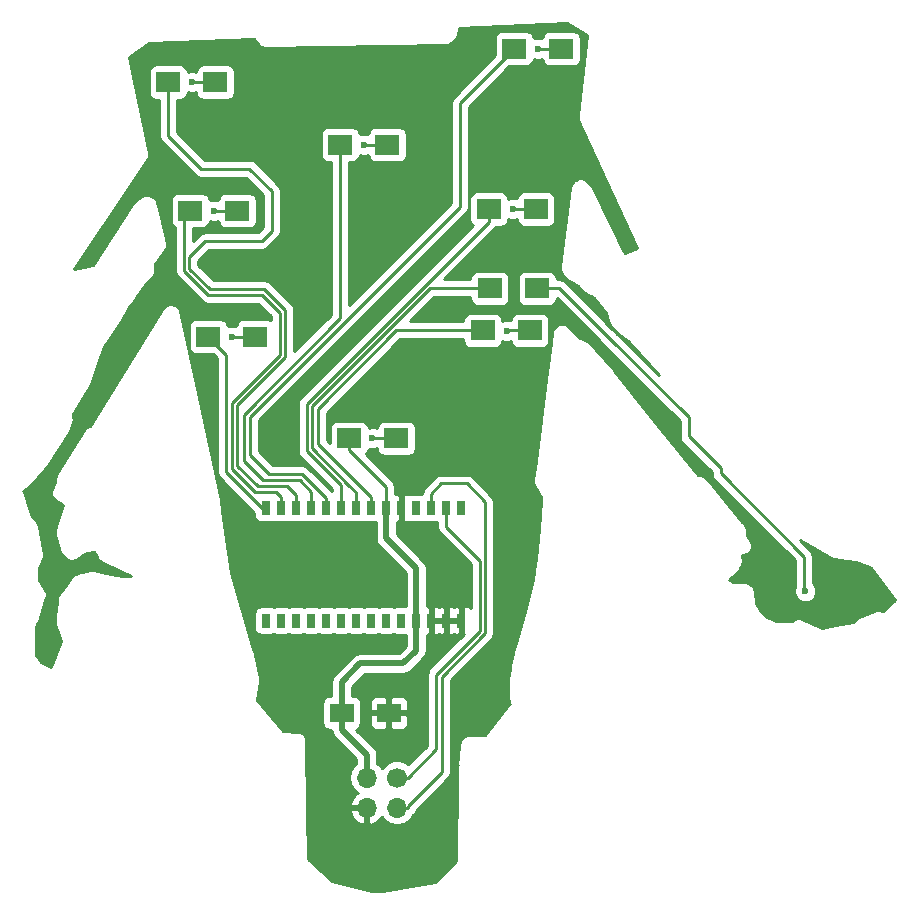
<source format=gbl>
G04 #@! TF.FileFunction,Copper,L2,Bot,Signal*
%FSLAX46Y46*%
G04 Gerber Fmt 4.6, Leading zero omitted, Abs format (unit mm)*
G04 Created by KiCad (PCBNEW 4.0.6) date 07/02/18 18:42:29*
%MOMM*%
%LPD*%
G01*
G04 APERTURE LIST*
%ADD10C,0.100000*%
%ADD11C,1.700000*%
%ADD12O,1.700000X1.700000*%
%ADD13R,2.000000X1.600000*%
%ADD14R,2.000000X1.700000*%
%ADD15R,0.762000X1.143000*%
%ADD16C,0.600000*%
%ADD17C,0.250000*%
%ADD18C,0.500000*%
%ADD19C,0.254000*%
G04 APERTURE END LIST*
D10*
D11*
X94742000Y-136398000D03*
D12*
X94742000Y-138938000D03*
X92202000Y-136398000D03*
X92202000Y-138938000D03*
D13*
X90062300Y-130926840D03*
X94062300Y-130926840D03*
D14*
X102013000Y-98539300D03*
X106013000Y-98539300D03*
X94704920Y-107670600D03*
X90704920Y-107670600D03*
X102622600Y-94983300D03*
X106622600Y-94983300D03*
X102523540Y-88262460D03*
X106523540Y-88262460D03*
X104680000Y-74676000D03*
X108680000Y-74676000D03*
X89948000Y-82804000D03*
X93948000Y-82804000D03*
X75381100Y-77518260D03*
X79381100Y-77518260D03*
X77248000Y-88392000D03*
X81248000Y-88392000D03*
X78772000Y-99060000D03*
X82772000Y-99060000D03*
D15*
X83667600Y-113576100D03*
X84937600Y-113576100D03*
X86207600Y-113576100D03*
X87477600Y-113576100D03*
X88747600Y-113576100D03*
X90017600Y-113576100D03*
X91287600Y-113576100D03*
X92557600Y-113576100D03*
X93827600Y-113576100D03*
X95097600Y-113576100D03*
X97637600Y-113576100D03*
X96367600Y-113576100D03*
X98907600Y-113576100D03*
X100177600Y-113576100D03*
X100177600Y-123101100D03*
X98907600Y-123101100D03*
X97637600Y-123101100D03*
X96367600Y-123101100D03*
X95097600Y-123101100D03*
X93827600Y-123101100D03*
X92557600Y-123101100D03*
X91287600Y-123101100D03*
X90017600Y-123101100D03*
X88747600Y-123101100D03*
X87477600Y-123101100D03*
X86207600Y-123101100D03*
X84937600Y-123101100D03*
X83667600Y-123101100D03*
D16*
X92095320Y-130865880D03*
X88625680Y-137464800D03*
X80772000Y-99060000D03*
X79248000Y-88392000D03*
X77403960Y-77518260D03*
X91948000Y-82804000D03*
X106680000Y-74676000D03*
X104612440Y-88231980D03*
X129334260Y-120616980D03*
X92659200Y-107670600D03*
X104066340Y-98549460D03*
D17*
X93793310Y-112142270D02*
X93793310Y-111776510D01*
X93827600Y-113576100D02*
X93793310Y-112142270D01*
X90704920Y-108688120D02*
X90704920Y-107670600D01*
X93793310Y-111776510D02*
X90704920Y-108688120D01*
D18*
X96367600Y-123101100D02*
X96367600Y-118691660D01*
X93827600Y-116151660D02*
X93827600Y-113576100D01*
X96367600Y-118691660D02*
X93827600Y-116151660D01*
X90062300Y-130926840D02*
X90062300Y-128337060D01*
X96367600Y-125648720D02*
X96367600Y-123101100D01*
X95280480Y-126735840D02*
X96367600Y-125648720D01*
X91663520Y-126735840D02*
X95280480Y-126735840D01*
X90062300Y-128337060D02*
X91663520Y-126735840D01*
X92202000Y-136398000D02*
X92202000Y-134475220D01*
X92202000Y-134475220D02*
X90062300Y-132335520D01*
X90062300Y-132335520D02*
X90062300Y-130926840D01*
D17*
X97637600Y-123101100D02*
X98907600Y-123101100D01*
X98907600Y-123101100D02*
X100177600Y-123101100D01*
X92202000Y-138938000D02*
X90098880Y-138938000D01*
X92156280Y-130926840D02*
X94062300Y-130926840D01*
X92095320Y-130865880D02*
X92156280Y-130926840D01*
X90098880Y-138938000D02*
X88625680Y-137464800D01*
X80772000Y-99060000D02*
X82772000Y-99060000D01*
X81248000Y-88392000D02*
X79248000Y-88392000D01*
X79381100Y-77518260D02*
X77403960Y-77518260D01*
X93948000Y-82804000D02*
X91948000Y-82804000D01*
X108680000Y-74676000D02*
X106680000Y-74676000D01*
X106523540Y-88262460D02*
X104642920Y-88262460D01*
X104642920Y-88262460D02*
X104612440Y-88231980D01*
X122153680Y-110223300D02*
X122153680Y-110647480D01*
X112468660Y-98935540D02*
X119440960Y-105907840D01*
X119440960Y-105907840D02*
X119440960Y-107510580D01*
X119440960Y-107510580D02*
X122153680Y-110223300D01*
X106622600Y-94983300D02*
X108506260Y-94983300D01*
X129194560Y-120477280D02*
X129334260Y-120616980D01*
X129194560Y-118409720D02*
X129194560Y-120477280D01*
X108506260Y-94983300D02*
X112458500Y-98935540D01*
X112458500Y-98935540D02*
X112468660Y-98935540D01*
X129194560Y-117688360D02*
X129194560Y-118409720D01*
X122153680Y-110647480D02*
X129194560Y-117688360D01*
X94704920Y-107670600D02*
X92659200Y-107670600D01*
X104076500Y-98539300D02*
X106013000Y-98539300D01*
X104066340Y-98549460D02*
X104076500Y-98539300D01*
X83667600Y-113576100D02*
X83332320Y-113576100D01*
X83332320Y-113576100D02*
X80291940Y-110535720D01*
X80291940Y-110535720D02*
X80291940Y-100579940D01*
X80291940Y-100579940D02*
X78772000Y-99060000D01*
X84937600Y-113576100D02*
X84937600Y-112633760D01*
X80772000Y-104648000D02*
X84836000Y-100584000D01*
X84836000Y-100584000D02*
X84836000Y-97028000D01*
X80772000Y-110236000D02*
X80772000Y-104648000D01*
X76708000Y-93472000D02*
X78740000Y-95504000D01*
X83312000Y-95504000D02*
X84836000Y-97028000D01*
X78740000Y-95504000D02*
X83312000Y-95504000D01*
X76708000Y-93472000D02*
X76708000Y-88932000D01*
X82763360Y-112227360D02*
X80772000Y-110236000D01*
X84531200Y-112227360D02*
X82763360Y-112227360D01*
X84937600Y-112633760D02*
X84531200Y-112227360D01*
X76708000Y-88932000D02*
X77248000Y-88392000D01*
X81222002Y-104843158D02*
X81222002Y-109974802D01*
X81222002Y-104843158D02*
X85305900Y-100759260D01*
X85305900Y-100759260D02*
X85305900Y-96842580D01*
X85305900Y-96842580D02*
X83517318Y-95053998D01*
X83517318Y-95053998D02*
X78950820Y-95053998D01*
X78950820Y-95053998D02*
X78927960Y-95053998D01*
X78927960Y-95053998D02*
X77182980Y-93309018D01*
X77182980Y-93309018D02*
X77182980Y-92308680D01*
X77182980Y-92308680D02*
X78531720Y-90959940D01*
X78531720Y-90959940D02*
X83294220Y-90959940D01*
X83294220Y-90959940D02*
X84145120Y-90109040D01*
X84145120Y-90109040D02*
X84145120Y-86725760D01*
X84145120Y-86725760D02*
X82255360Y-84836000D01*
X82255360Y-84836000D02*
X78150720Y-84836000D01*
X78150720Y-84836000D02*
X75381100Y-82066380D01*
X75381100Y-77518260D02*
X75381100Y-82066380D01*
X86207600Y-112483900D02*
X86207600Y-113576100D01*
X85443060Y-111719360D02*
X86207600Y-112483900D01*
X82966560Y-111719360D02*
X85443060Y-111719360D01*
X81222002Y-109974802D02*
X82966560Y-111719360D01*
X87477600Y-113576100D02*
X87477600Y-112189260D01*
X83433920Y-111211360D02*
X81788000Y-109565440D01*
X86499700Y-111211360D02*
X83433920Y-111211360D01*
X87477600Y-112189260D02*
X86499700Y-111211360D01*
X89948000Y-97504000D02*
X81788000Y-105664000D01*
X81788000Y-109585760D02*
X81788000Y-109565440D01*
X81788000Y-109565440D02*
X81788000Y-105664000D01*
X89948000Y-82804000D02*
X89948000Y-89884000D01*
X89948000Y-89884000D02*
X89948000Y-97504000D01*
X86227920Y-110688120D02*
X86718140Y-110688120D01*
X82316320Y-109093000D02*
X83911440Y-110688120D01*
X83911440Y-110688120D02*
X86227920Y-110688120D01*
X104680000Y-74676000D02*
X100076000Y-79280000D01*
X100076000Y-88056720D02*
X100076000Y-79280000D01*
X82296000Y-105836720D02*
X100076000Y-88056720D01*
X82296000Y-109093000D02*
X82296000Y-105836720D01*
X82296000Y-109093000D02*
X82316320Y-109093000D01*
X88747600Y-112717580D02*
X88747600Y-113576100D01*
X86718140Y-110688120D02*
X88747600Y-112717580D01*
X90017600Y-112563062D02*
X90017600Y-111643160D01*
X87109300Y-104777540D02*
X102523540Y-89363300D01*
X102523540Y-88262460D02*
X102523540Y-89363300D01*
X90017600Y-112563062D02*
X90017600Y-113576100D01*
X87109300Y-108734860D02*
X87109300Y-104777540D01*
X90017600Y-111643160D02*
X87109300Y-108734860D01*
X90721180Y-111676180D02*
X90721180Y-111673640D01*
X91287600Y-112242600D02*
X90721180Y-111676180D01*
X91287600Y-113576100D02*
X91287600Y-112242600D01*
X87569739Y-104953499D02*
X87569739Y-104964801D01*
X87560849Y-104962389D02*
X87569739Y-104953499D01*
X87566500Y-104968040D02*
X87560849Y-104962389D01*
X87566500Y-108518960D02*
X87566500Y-104968040D01*
X90721180Y-111673640D02*
X87566500Y-108518960D01*
X97551240Y-94983300D02*
X102622600Y-94983300D01*
X87569739Y-104964801D02*
X97551240Y-94983300D01*
X92557600Y-112633760D02*
X92539820Y-112633760D01*
X92557600Y-113576100D02*
X92557600Y-112633760D01*
X88033860Y-108127800D02*
X88026240Y-108127800D01*
X92539820Y-112633760D02*
X88033860Y-108127800D01*
X88026240Y-108127800D02*
X88026240Y-108127800D01*
X88026240Y-108127800D02*
X88026240Y-108120180D01*
X88026240Y-108120180D02*
X88026240Y-105176320D01*
X88026240Y-105176320D02*
X94686120Y-98516440D01*
X94686120Y-98516440D02*
X101992680Y-98516440D01*
X95702120Y-138938000D02*
X95702120Y-138770360D01*
X94742000Y-138938000D02*
X95702120Y-138938000D01*
X97637600Y-112369600D02*
X97637600Y-113576100D01*
X98511360Y-111495840D02*
X97637600Y-112369600D01*
X100644960Y-111495840D02*
X98511360Y-111495840D01*
X102209600Y-113060480D02*
X100644960Y-111495840D01*
X102209600Y-124195840D02*
X102209600Y-113060480D01*
X98552000Y-127853440D02*
X102209600Y-124195840D01*
X98552000Y-135920480D02*
X98552000Y-127853440D01*
X95702120Y-138770360D02*
X98552000Y-135920480D01*
X94742000Y-136398000D02*
X95643700Y-136398000D01*
X98907600Y-115168680D02*
X98907600Y-113576100D01*
X101757480Y-118018560D02*
X98907600Y-115168680D01*
X101757480Y-123969780D02*
X101757480Y-118018560D01*
X98041460Y-127685800D02*
X101757480Y-123969780D01*
X98041460Y-134000240D02*
X98041460Y-127685800D01*
X95643700Y-136398000D02*
X98041460Y-134000240D01*
D19*
G36*
X110872551Y-73519363D02*
X110039294Y-80304457D01*
X110043425Y-80360062D01*
X110034409Y-80415085D01*
X110053592Y-80496912D01*
X110059819Y-80580724D01*
X110084913Y-80630513D01*
X110097640Y-80684800D01*
X115043481Y-91565650D01*
X114051084Y-91947341D01*
X113931962Y-91899692D01*
X111257515Y-86307667D01*
X111185672Y-86211667D01*
X111119046Y-86111954D01*
X110865046Y-85857954D01*
X110634705Y-85704046D01*
X110363000Y-85650000D01*
X110236000Y-85650000D01*
X110124397Y-85672199D01*
X110011478Y-85686434D01*
X109989312Y-85699070D01*
X109964295Y-85704046D01*
X109869677Y-85767267D01*
X109770807Y-85823628D01*
X109755167Y-85843780D01*
X109733954Y-85857954D01*
X109670729Y-85952578D01*
X109600957Y-86042478D01*
X109473957Y-86296478D01*
X109443155Y-86408956D01*
X109405347Y-86519277D01*
X108516347Y-93123277D01*
X108523619Y-93239410D01*
X108523498Y-93355786D01*
X108532231Y-93376933D01*
X108533661Y-93399764D01*
X108584823Y-93504276D01*
X108629244Y-93611837D01*
X108883244Y-93992837D01*
X108891274Y-94000883D01*
X108895940Y-94011245D01*
X108988833Y-94098646D01*
X109078928Y-94188930D01*
X109089423Y-94193290D01*
X109097701Y-94201079D01*
X110045130Y-94793222D01*
X110622954Y-95371046D01*
X110644167Y-95385220D01*
X110659807Y-95405372D01*
X110758673Y-95461730D01*
X110853295Y-95524954D01*
X110878314Y-95529931D01*
X110900478Y-95542565D01*
X111191275Y-95639497D01*
X111407485Y-95783637D01*
X112488311Y-97080629D01*
X112583660Y-97652723D01*
X112587509Y-97662903D01*
X112587498Y-97673786D01*
X112636368Y-97792119D01*
X112681639Y-97911846D01*
X112689089Y-97919776D01*
X112693244Y-97929837D01*
X112947244Y-98310837D01*
X112996899Y-98360596D01*
X113035954Y-98419046D01*
X113416954Y-98800046D01*
X113465964Y-98832793D01*
X113506321Y-98875751D01*
X114333636Y-99466690D01*
X116923865Y-102315943D01*
X113006061Y-98398139D01*
X112975442Y-98377680D01*
X109043661Y-94445899D01*
X108797099Y-94281152D01*
X108506260Y-94223300D01*
X108270040Y-94223300D01*
X108270040Y-94133300D01*
X108225762Y-93897983D01*
X108086690Y-93681859D01*
X107874490Y-93536869D01*
X107622600Y-93485860D01*
X105622600Y-93485860D01*
X105387283Y-93530138D01*
X105171159Y-93669210D01*
X105026169Y-93881410D01*
X104975160Y-94133300D01*
X104975160Y-95833300D01*
X105019438Y-96068617D01*
X105158510Y-96284741D01*
X105370710Y-96429731D01*
X105622600Y-96480740D01*
X107622600Y-96480740D01*
X107857917Y-96436462D01*
X108074041Y-96297390D01*
X108219031Y-96085190D01*
X108270040Y-95833300D01*
X108270040Y-95821882D01*
X111921099Y-99472941D01*
X111951718Y-99493400D01*
X118680960Y-106222642D01*
X118680960Y-107510580D01*
X118738812Y-107801419D01*
X118903559Y-108047981D01*
X121393680Y-110538102D01*
X121393680Y-110647480D01*
X121451532Y-110938319D01*
X121616279Y-111184881D01*
X128434560Y-118003162D01*
X128434560Y-120345560D01*
X128399422Y-120430181D01*
X128399098Y-120802147D01*
X128541143Y-121145923D01*
X128803933Y-121409172D01*
X129147461Y-121551818D01*
X129519427Y-121552142D01*
X129863203Y-121410097D01*
X130126452Y-121147307D01*
X130269098Y-120803779D01*
X130269422Y-120431813D01*
X130127377Y-120088037D01*
X129954560Y-119914918D01*
X129954560Y-117688360D01*
X129896708Y-117397521D01*
X129731961Y-117150959D01*
X128883746Y-116302744D01*
X131464040Y-117831807D01*
X131470142Y-117833956D01*
X131475032Y-117838188D01*
X131600576Y-117879890D01*
X131725338Y-117923827D01*
X131731795Y-117923477D01*
X131737935Y-117925517D01*
X132747744Y-118051743D01*
X133594333Y-118172684D01*
X134020056Y-118279115D01*
X134582888Y-118504248D01*
X134916699Y-118671153D01*
X136951734Y-121348831D01*
X135897655Y-122315071D01*
X135521242Y-122239788D01*
X135455235Y-122239719D01*
X135390657Y-122226053D01*
X135318060Y-122239575D01*
X135244214Y-122239498D01*
X135183205Y-122264694D01*
X135118313Y-122276781D01*
X133848313Y-122784782D01*
X133844618Y-122787186D01*
X133840295Y-122788046D01*
X133728619Y-122862665D01*
X133616113Y-122935871D01*
X133613621Y-122939504D01*
X133609954Y-122941954D01*
X133535354Y-123053601D01*
X133459407Y-123164317D01*
X133458494Y-123168631D01*
X133456046Y-123172295D01*
X133454174Y-123181705D01*
X131813758Y-123509788D01*
X130772169Y-123718106D01*
X129078249Y-122927610D01*
X128995004Y-122907214D01*
X128915786Y-122874498D01*
X128861705Y-122874554D01*
X128809179Y-122861685D01*
X128724467Y-122874698D01*
X128638757Y-122874787D01*
X128588815Y-122895535D01*
X128535362Y-122903746D01*
X128462074Y-122948189D01*
X128382928Y-122981070D01*
X128344728Y-123019350D01*
X128298486Y-123047392D01*
X128247787Y-123116493D01*
X128210641Y-123153717D01*
X128176087Y-123146844D01*
X128066331Y-123116787D01*
X128041023Y-123119977D01*
X128016000Y-123115000D01*
X126874748Y-123115000D01*
X126092034Y-122821482D01*
X125536625Y-122358641D01*
X125151673Y-121588738D01*
X125038657Y-120571594D01*
X125015961Y-120500004D01*
X125006566Y-120425478D01*
X124974501Y-120369227D01*
X124954937Y-120307519D01*
X124906569Y-120250060D01*
X124869372Y-120184807D01*
X124818228Y-120145114D01*
X124776534Y-120095583D01*
X124709856Y-120061006D01*
X124650522Y-120014957D01*
X124396522Y-119887957D01*
X124371916Y-119881219D01*
X124350705Y-119867046D01*
X124239087Y-119844844D01*
X124129331Y-119814787D01*
X124104023Y-119817977D01*
X124079000Y-119813000D01*
X123230608Y-119813000D01*
X123126520Y-119760956D01*
X122868575Y-119631984D01*
X123125534Y-119426417D01*
X123151073Y-119396078D01*
X123184046Y-119374046D01*
X123692046Y-118866046D01*
X123755271Y-118771422D01*
X123825043Y-118681522D01*
X123952043Y-118427521D01*
X123958781Y-118402917D01*
X123972954Y-118381705D01*
X123995157Y-118270086D01*
X124025213Y-118160331D01*
X124022023Y-118135022D01*
X124027000Y-118110000D01*
X124027000Y-117856000D01*
X124004798Y-117744383D01*
X123990565Y-117631478D01*
X123963406Y-117550000D01*
X124079000Y-117550000D01*
X124350705Y-117495954D01*
X124581046Y-117342046D01*
X124734954Y-117111705D01*
X124789000Y-116840000D01*
X124789000Y-116713000D01*
X124775429Y-116644777D01*
X124775502Y-116575214D01*
X124748668Y-116510238D01*
X124734954Y-116441295D01*
X124696310Y-116383459D01*
X124669756Y-116319163D01*
X124468497Y-116017275D01*
X124408000Y-115835783D01*
X124408000Y-115570000D01*
X124394429Y-115501777D01*
X124394502Y-115432214D01*
X124367668Y-115367238D01*
X124353954Y-115298295D01*
X124315310Y-115240459D01*
X124288756Y-115176163D01*
X124034756Y-114795163D01*
X124010499Y-114770855D01*
X123994417Y-114740512D01*
X121200417Y-111311512D01*
X121172307Y-111288277D01*
X121152046Y-111257954D01*
X120898046Y-111003954D01*
X120667705Y-110850046D01*
X120396000Y-110796000D01*
X120204670Y-110796000D01*
X116888009Y-106619464D01*
X116886086Y-106617833D01*
X116884916Y-106615596D01*
X113201915Y-102043596D01*
X113186806Y-102030964D01*
X113176739Y-102014035D01*
X110890739Y-99474035D01*
X110833601Y-99431348D01*
X110785684Y-99378529D01*
X110723715Y-99349255D01*
X110668806Y-99308233D01*
X110599684Y-99290662D01*
X110535200Y-99260199D01*
X110217988Y-99180896D01*
X109214046Y-98176954D01*
X108983705Y-98023046D01*
X108712000Y-97969000D01*
X108440295Y-98023046D01*
X108209954Y-98176954D01*
X108082954Y-98303954D01*
X108033494Y-98377976D01*
X107974064Y-98444259D01*
X107957230Y-98492114D01*
X107929046Y-98534295D01*
X107911678Y-98621608D01*
X107882136Y-98705590D01*
X107755136Y-99594591D01*
X107755481Y-99600921D01*
X107753483Y-99606936D01*
X107372618Y-102653855D01*
X106485409Y-109624782D01*
X106233660Y-111135277D01*
X106237631Y-111262488D01*
X106237498Y-111389786D01*
X106241940Y-111400542D01*
X106242303Y-111412170D01*
X106294653Y-111528179D01*
X106343244Y-111645837D01*
X106986000Y-112609971D01*
X106986000Y-112990680D01*
X106736343Y-115237594D01*
X106736683Y-115241553D01*
X106735524Y-115245353D01*
X106481911Y-117781482D01*
X106357481Y-118901349D01*
X106235539Y-119633003D01*
X106114963Y-120235884D01*
X105487272Y-122621109D01*
X104981318Y-124391948D01*
X104980961Y-124396289D01*
X104979018Y-124400186D01*
X104598018Y-125797187D01*
X104596821Y-125814289D01*
X104589907Y-125829980D01*
X104335907Y-126972979D01*
X104335477Y-126992249D01*
X104328660Y-127010277D01*
X104201660Y-127772277D01*
X104203499Y-127831191D01*
X104192000Y-127889000D01*
X104192000Y-129794000D01*
X104196977Y-129819023D01*
X104193787Y-129844331D01*
X104223844Y-129954087D01*
X104246046Y-130065705D01*
X104260219Y-130086916D01*
X104266957Y-130111522D01*
X104287835Y-130153278D01*
X104269753Y-130207524D01*
X102175636Y-132767000D01*
X100838000Y-132767000D01*
X100726397Y-132789199D01*
X100613478Y-132803434D01*
X100591312Y-132816070D01*
X100566295Y-132821046D01*
X100471677Y-132884267D01*
X100372807Y-132940628D01*
X100357167Y-132960780D01*
X100335954Y-132974954D01*
X100272729Y-133069578D01*
X100202957Y-133159478D01*
X100075957Y-133413478D01*
X100039921Y-133545068D01*
X100003091Y-133676546D01*
X99876091Y-135327545D01*
X99879383Y-135354940D01*
X99874000Y-135382000D01*
X99874000Y-136264759D01*
X99747604Y-143469304D01*
X97955297Y-145261611D01*
X94510580Y-145855528D01*
X93554799Y-145975000D01*
X92667475Y-145975000D01*
X89240275Y-145147745D01*
X87193139Y-143316098D01*
X87144100Y-139294890D01*
X90760524Y-139294890D01*
X90930355Y-139704924D01*
X91320642Y-140133183D01*
X91845108Y-140379486D01*
X92075000Y-140258819D01*
X92075000Y-139065000D01*
X90881845Y-139065000D01*
X90760524Y-139294890D01*
X87144100Y-139294890D01*
X87069947Y-133214342D01*
X87047685Y-133109146D01*
X87034860Y-133002405D01*
X87019205Y-132974567D01*
X87012592Y-132943316D01*
X86951769Y-132854648D01*
X86899072Y-132760938D01*
X86873956Y-132741210D01*
X86855887Y-132714869D01*
X86765763Y-132656228D01*
X86681214Y-132589817D01*
X86650457Y-132581201D01*
X86623686Y-132563782D01*
X86517993Y-132544095D01*
X86414454Y-132515091D01*
X85062455Y-132411091D01*
X82913963Y-129832901D01*
X83126772Y-128236836D01*
X83119110Y-128116902D01*
X83117770Y-127996733D01*
X82609770Y-125583733D01*
X82598678Y-125557776D01*
X82596149Y-125529662D01*
X80705614Y-119101838D01*
X79950864Y-113818591D01*
X79823864Y-112929591D01*
X79815949Y-112907090D01*
X79815666Y-112883240D01*
X77910666Y-103866240D01*
X77909725Y-103864043D01*
X77909681Y-103861652D01*
X76385681Y-96876651D01*
X76360329Y-96818506D01*
X76347954Y-96756295D01*
X76305501Y-96692759D01*
X76274959Y-96622712D01*
X76229287Y-96578696D01*
X76194046Y-96525954D01*
X76130510Y-96483501D01*
X76075487Y-96430473D01*
X76016443Y-96407284D01*
X75963705Y-96372046D01*
X75888759Y-96357138D01*
X75817632Y-96329204D01*
X75754213Y-96330375D01*
X75692000Y-96318000D01*
X75565000Y-96318000D01*
X75485931Y-96333728D01*
X75405350Y-96336182D01*
X75351363Y-96360495D01*
X75293295Y-96372046D01*
X75226263Y-96416835D01*
X75152755Y-96449940D01*
X75112185Y-96493059D01*
X75062954Y-96525954D01*
X75018165Y-96592987D01*
X74962921Y-96651701D01*
X68748248Y-106595178D01*
X68609478Y-106641435D01*
X68516943Y-106694184D01*
X68419962Y-106738223D01*
X68397447Y-106762302D01*
X68368807Y-106778628D01*
X68303500Y-106862775D01*
X68230755Y-106940573D01*
X65944755Y-110623572D01*
X65924329Y-110677979D01*
X65892046Y-110726295D01*
X65876106Y-110806431D01*
X65847388Y-110882926D01*
X65849337Y-110941004D01*
X65838000Y-110998000D01*
X65838000Y-111338392D01*
X65531957Y-111950478D01*
X65506824Y-112042255D01*
X65470498Y-112130214D01*
X65470544Y-112174735D01*
X65458787Y-112217669D01*
X65470688Y-112312074D01*
X65470787Y-112407243D01*
X65487868Y-112448357D01*
X65493435Y-112492522D01*
X65540561Y-112575193D01*
X65577070Y-112663072D01*
X65608581Y-112694518D01*
X65630628Y-112733193D01*
X65705803Y-112791536D01*
X65773163Y-112858756D01*
X66489347Y-113336212D01*
X66134747Y-114311362D01*
X66133266Y-114321003D01*
X66128435Y-114329478D01*
X65874435Y-115091478D01*
X65860202Y-115204383D01*
X65838000Y-115316000D01*
X65838000Y-115951000D01*
X65857243Y-116047742D01*
X65865318Y-116146052D01*
X66119318Y-117035052D01*
X66178246Y-117149736D01*
X66234000Y-117266000D01*
X66615000Y-117774000D01*
X66691382Y-117842486D01*
X66760315Y-117918471D01*
X66793740Y-117934261D01*
X66821260Y-117958936D01*
X66918034Y-117992978D01*
X67010800Y-118036801D01*
X67047721Y-118038598D01*
X67082591Y-118050864D01*
X67185030Y-118045280D01*
X67287500Y-118050267D01*
X67322299Y-118037798D01*
X67359208Y-118035786D01*
X67451710Y-117991427D01*
X67548292Y-117956820D01*
X68159912Y-117589848D01*
X68540467Y-117399570D01*
X69095851Y-117320230D01*
X69164036Y-117354322D01*
X69317782Y-117738687D01*
X69388587Y-117847503D01*
X69456696Y-117958098D01*
X69463974Y-117963361D01*
X69468871Y-117970887D01*
X69575943Y-118044335D01*
X69681175Y-118120436D01*
X72265678Y-119305000D01*
X71438022Y-119305000D01*
X70126753Y-119066587D01*
X69133200Y-118818199D01*
X69107719Y-118816959D01*
X69083938Y-118807725D01*
X68970163Y-118810265D01*
X68856500Y-118804733D01*
X68832486Y-118813338D01*
X68806979Y-118813907D01*
X67663979Y-119067907D01*
X67544009Y-119120768D01*
X67422928Y-119171070D01*
X67417501Y-119176509D01*
X67410469Y-119179607D01*
X67319850Y-119274364D01*
X67227244Y-119367163D01*
X66740281Y-120097607D01*
X66129563Y-120830469D01*
X66096971Y-120890358D01*
X66053063Y-120942519D01*
X66031403Y-121010841D01*
X65997141Y-121073798D01*
X65989948Y-121141600D01*
X65969343Y-121206594D01*
X65842343Y-122349594D01*
X65845737Y-122389104D01*
X65838000Y-122428000D01*
X65838000Y-123444000D01*
X65862038Y-123564848D01*
X65880747Y-123686638D01*
X66297174Y-124831811D01*
X65437517Y-127028712D01*
X64618038Y-126581723D01*
X64210000Y-126010470D01*
X64210000Y-123611608D01*
X64389043Y-123253522D01*
X64404202Y-123198166D01*
X64431681Y-123147775D01*
X65066681Y-121115775D01*
X65069589Y-121088586D01*
X65080818Y-121063651D01*
X65084228Y-120951693D01*
X65096138Y-120840318D01*
X65088419Y-120814083D01*
X65089251Y-120786751D01*
X65049561Y-120682019D01*
X65017941Y-120574555D01*
X65000769Y-120553271D01*
X64991079Y-120527701D01*
X64464000Y-119684375D01*
X64464000Y-118636733D01*
X64787593Y-117881683D01*
X64800686Y-117819811D01*
X64826697Y-117762170D01*
X64829087Y-117685604D01*
X64844947Y-117610657D01*
X64833367Y-117548487D01*
X64835340Y-117485277D01*
X64454340Y-115199277D01*
X64450491Y-115189097D01*
X64450502Y-115178214D01*
X64401632Y-115059881D01*
X64356361Y-114940154D01*
X64348911Y-114932224D01*
X64344756Y-114922163D01*
X64090756Y-114541163D01*
X64041101Y-114491404D01*
X64002046Y-114432954D01*
X63871574Y-114302482D01*
X63288681Y-112437225D01*
X63240318Y-112348536D01*
X63201756Y-112255163D01*
X63121093Y-112134169D01*
X63689534Y-111679417D01*
X63725923Y-111636188D01*
X63771357Y-111602598D01*
X65041358Y-110205597D01*
X65070783Y-110156670D01*
X65110704Y-110115850D01*
X67015704Y-107194850D01*
X67049551Y-107110488D01*
X67094565Y-107031522D01*
X67348565Y-106269521D01*
X67359700Y-106181194D01*
X67383213Y-106095331D01*
X67376868Y-106045000D01*
X67383213Y-105994668D01*
X67359699Y-105908804D01*
X67348565Y-105820478D01*
X67296406Y-105664000D01*
X67321314Y-105589274D01*
X68799297Y-103249135D01*
X68830077Y-103169056D01*
X68872565Y-103094522D01*
X69962563Y-99824530D01*
X70225046Y-99562046D01*
X70267352Y-99498730D01*
X70320237Y-99443938D01*
X71463237Y-97665938D01*
X71471702Y-97644431D01*
X71486652Y-97626806D01*
X72098101Y-96526198D01*
X72450000Y-96057000D01*
X72458640Y-96038982D01*
X72472756Y-96024837D01*
X72715826Y-95660232D01*
X73435724Y-94700368D01*
X74035046Y-94101046D01*
X74188954Y-93870705D01*
X74243001Y-93599000D01*
X74243000Y-93598995D01*
X74243000Y-93079217D01*
X74300897Y-92905527D01*
X75130655Y-91720158D01*
X75136373Y-91707158D01*
X75146237Y-91696938D01*
X75191949Y-91580804D01*
X75242191Y-91466575D01*
X75242499Y-91452376D01*
X75247701Y-91439160D01*
X75245491Y-91314393D01*
X75248197Y-91189612D01*
X75243046Y-91176373D01*
X75242795Y-91162175D01*
X74607795Y-88241175D01*
X74603343Y-88230944D01*
X74602801Y-88219799D01*
X74475801Y-87711800D01*
X74464017Y-87686856D01*
X74460566Y-87659478D01*
X74405210Y-87562370D01*
X74357471Y-87461315D01*
X74337036Y-87442776D01*
X74323372Y-87418807D01*
X74235076Y-87350280D01*
X74152292Y-87275180D01*
X74126318Y-87265873D01*
X74104522Y-87248957D01*
X73850522Y-87121957D01*
X73801597Y-87108559D01*
X73757522Y-87083434D01*
X73669188Y-87072299D01*
X73583331Y-87048787D01*
X73533001Y-87055132D01*
X73482669Y-87048787D01*
X73396808Y-87072300D01*
X73308478Y-87083435D01*
X73264405Y-87108559D01*
X73215479Y-87121957D01*
X72961478Y-87248957D01*
X72871578Y-87318729D01*
X72776954Y-87381954D01*
X72522954Y-87635954D01*
X72481789Y-87697562D01*
X72430021Y-87750572D01*
X69029329Y-92973063D01*
X67442727Y-93346381D01*
X73615756Y-84086837D01*
X73616535Y-84084950D01*
X73617972Y-84083494D01*
X73669414Y-83956909D01*
X73721501Y-83830786D01*
X73721499Y-83828743D01*
X73722269Y-83826848D01*
X73721354Y-83690178D01*
X73721212Y-83553758D01*
X73720429Y-83551873D01*
X73720415Y-83549827D01*
X72303622Y-76668260D01*
X73733660Y-76668260D01*
X73733660Y-78368260D01*
X73777938Y-78603577D01*
X73917010Y-78819701D01*
X74129210Y-78964691D01*
X74381100Y-79015700D01*
X74621100Y-79015700D01*
X74621100Y-82066380D01*
X74678952Y-82357219D01*
X74843699Y-82603781D01*
X77613319Y-85373401D01*
X77859880Y-85538148D01*
X78150720Y-85596000D01*
X81940558Y-85596000D01*
X83385120Y-87040562D01*
X83385120Y-89794238D01*
X82979418Y-90199940D01*
X78531720Y-90199940D01*
X78289134Y-90248194D01*
X78240880Y-90257792D01*
X77994319Y-90422539D01*
X77468000Y-90948858D01*
X77468000Y-89889440D01*
X78248000Y-89889440D01*
X78483317Y-89845162D01*
X78699441Y-89706090D01*
X78844431Y-89493890D01*
X78892450Y-89256766D01*
X79061201Y-89326838D01*
X79433167Y-89327162D01*
X79603353Y-89256843D01*
X79644838Y-89477317D01*
X79783910Y-89693441D01*
X79996110Y-89838431D01*
X80248000Y-89889440D01*
X82248000Y-89889440D01*
X82483317Y-89845162D01*
X82699441Y-89706090D01*
X82844431Y-89493890D01*
X82895440Y-89242000D01*
X82895440Y-87542000D01*
X82851162Y-87306683D01*
X82712090Y-87090559D01*
X82499890Y-86945569D01*
X82248000Y-86894560D01*
X80248000Y-86894560D01*
X80012683Y-86938838D01*
X79796559Y-87077910D01*
X79651569Y-87290110D01*
X79603550Y-87527234D01*
X79434799Y-87457162D01*
X79062833Y-87456838D01*
X78892647Y-87527157D01*
X78851162Y-87306683D01*
X78712090Y-87090559D01*
X78499890Y-86945569D01*
X78248000Y-86894560D01*
X76248000Y-86894560D01*
X76012683Y-86938838D01*
X75796559Y-87077910D01*
X75651569Y-87290110D01*
X75600560Y-87542000D01*
X75600560Y-89242000D01*
X75644838Y-89477317D01*
X75783910Y-89693441D01*
X75948000Y-89805559D01*
X75948000Y-93472000D01*
X76005852Y-93762839D01*
X76170599Y-94009401D01*
X78202599Y-96041401D01*
X78449161Y-96206148D01*
X78740000Y-96264000D01*
X82997198Y-96264000D01*
X84076000Y-97342802D01*
X84076000Y-97649174D01*
X84023890Y-97613569D01*
X83772000Y-97562560D01*
X81772000Y-97562560D01*
X81536683Y-97606838D01*
X81320559Y-97745910D01*
X81175569Y-97958110D01*
X81127550Y-98195234D01*
X80958799Y-98125162D01*
X80586833Y-98124838D01*
X80416647Y-98195157D01*
X80375162Y-97974683D01*
X80236090Y-97758559D01*
X80023890Y-97613569D01*
X79772000Y-97562560D01*
X77772000Y-97562560D01*
X77536683Y-97606838D01*
X77320559Y-97745910D01*
X77175569Y-97958110D01*
X77124560Y-98210000D01*
X77124560Y-99910000D01*
X77168838Y-100145317D01*
X77307910Y-100361441D01*
X77520110Y-100506431D01*
X77772000Y-100557440D01*
X79194638Y-100557440D01*
X79531940Y-100894742D01*
X79531940Y-110535720D01*
X79589792Y-110826559D01*
X79754539Y-111073121D01*
X82639160Y-113957742D01*
X82639160Y-114147600D01*
X82683438Y-114382917D01*
X82822510Y-114599041D01*
X83034710Y-114744031D01*
X83286600Y-114795040D01*
X84048600Y-114795040D01*
X84283917Y-114750762D01*
X84299699Y-114740607D01*
X84304710Y-114744031D01*
X84556600Y-114795040D01*
X85318600Y-114795040D01*
X85553917Y-114750762D01*
X85569699Y-114740607D01*
X85574710Y-114744031D01*
X85826600Y-114795040D01*
X86588600Y-114795040D01*
X86823917Y-114750762D01*
X86839699Y-114740607D01*
X86844710Y-114744031D01*
X87096600Y-114795040D01*
X87858600Y-114795040D01*
X88093917Y-114750762D01*
X88109699Y-114740607D01*
X88114710Y-114744031D01*
X88366600Y-114795040D01*
X89128600Y-114795040D01*
X89363917Y-114750762D01*
X89379699Y-114740607D01*
X89384710Y-114744031D01*
X89636600Y-114795040D01*
X90398600Y-114795040D01*
X90633917Y-114750762D01*
X90649699Y-114740607D01*
X90654710Y-114744031D01*
X90906600Y-114795040D01*
X91668600Y-114795040D01*
X91903917Y-114750762D01*
X91919699Y-114740607D01*
X91924710Y-114744031D01*
X92176600Y-114795040D01*
X92938600Y-114795040D01*
X92942600Y-114794287D01*
X92942600Y-116151655D01*
X92942599Y-116151660D01*
X92991099Y-116395478D01*
X93009967Y-116490335D01*
X93170648Y-116730812D01*
X93201810Y-116777450D01*
X95482600Y-119058239D01*
X95482600Y-121882970D01*
X95478600Y-121882160D01*
X94716600Y-121882160D01*
X94481283Y-121926438D01*
X94465501Y-121936593D01*
X94460490Y-121933169D01*
X94208600Y-121882160D01*
X93446600Y-121882160D01*
X93211283Y-121926438D01*
X93195501Y-121936593D01*
X93190490Y-121933169D01*
X92938600Y-121882160D01*
X92176600Y-121882160D01*
X91941283Y-121926438D01*
X91925501Y-121936593D01*
X91920490Y-121933169D01*
X91668600Y-121882160D01*
X90906600Y-121882160D01*
X90671283Y-121926438D01*
X90655501Y-121936593D01*
X90650490Y-121933169D01*
X90398600Y-121882160D01*
X89636600Y-121882160D01*
X89401283Y-121926438D01*
X89385501Y-121936593D01*
X89380490Y-121933169D01*
X89128600Y-121882160D01*
X88366600Y-121882160D01*
X88131283Y-121926438D01*
X88115501Y-121936593D01*
X88110490Y-121933169D01*
X87858600Y-121882160D01*
X87096600Y-121882160D01*
X86861283Y-121926438D01*
X86845501Y-121936593D01*
X86840490Y-121933169D01*
X86588600Y-121882160D01*
X85826600Y-121882160D01*
X85591283Y-121926438D01*
X85575501Y-121936593D01*
X85570490Y-121933169D01*
X85318600Y-121882160D01*
X84556600Y-121882160D01*
X84321283Y-121926438D01*
X84305501Y-121936593D01*
X84300490Y-121933169D01*
X84048600Y-121882160D01*
X83286600Y-121882160D01*
X83051283Y-121926438D01*
X82835159Y-122065510D01*
X82690169Y-122277710D01*
X82639160Y-122529600D01*
X82639160Y-123672600D01*
X82683438Y-123907917D01*
X82822510Y-124124041D01*
X83034710Y-124269031D01*
X83286600Y-124320040D01*
X84048600Y-124320040D01*
X84283917Y-124275762D01*
X84299699Y-124265607D01*
X84304710Y-124269031D01*
X84556600Y-124320040D01*
X85318600Y-124320040D01*
X85553917Y-124275762D01*
X85569699Y-124265607D01*
X85574710Y-124269031D01*
X85826600Y-124320040D01*
X86588600Y-124320040D01*
X86823917Y-124275762D01*
X86839699Y-124265607D01*
X86844710Y-124269031D01*
X87096600Y-124320040D01*
X87858600Y-124320040D01*
X88093917Y-124275762D01*
X88109699Y-124265607D01*
X88114710Y-124269031D01*
X88366600Y-124320040D01*
X89128600Y-124320040D01*
X89363917Y-124275762D01*
X89379699Y-124265607D01*
X89384710Y-124269031D01*
X89636600Y-124320040D01*
X90398600Y-124320040D01*
X90633917Y-124275762D01*
X90649699Y-124265607D01*
X90654710Y-124269031D01*
X90906600Y-124320040D01*
X91668600Y-124320040D01*
X91903917Y-124275762D01*
X91919699Y-124265607D01*
X91924710Y-124269031D01*
X92176600Y-124320040D01*
X92938600Y-124320040D01*
X93173917Y-124275762D01*
X93189699Y-124265607D01*
X93194710Y-124269031D01*
X93446600Y-124320040D01*
X94208600Y-124320040D01*
X94443917Y-124275762D01*
X94459699Y-124265607D01*
X94464710Y-124269031D01*
X94716600Y-124320040D01*
X95478600Y-124320040D01*
X95482600Y-124319287D01*
X95482600Y-125282141D01*
X94913900Y-125850840D01*
X91663525Y-125850840D01*
X91663520Y-125850839D01*
X91381036Y-125907030D01*
X91324845Y-125918207D01*
X91037730Y-126110050D01*
X91037728Y-126110053D01*
X89436510Y-127711270D01*
X89244667Y-127998385D01*
X89237641Y-128033705D01*
X89177299Y-128337060D01*
X89177300Y-128337065D01*
X89177300Y-129479400D01*
X89062300Y-129479400D01*
X88826983Y-129523678D01*
X88610859Y-129662750D01*
X88465869Y-129874950D01*
X88414860Y-130126840D01*
X88414860Y-131726840D01*
X88459138Y-131962157D01*
X88598210Y-132178281D01*
X88810410Y-132323271D01*
X89062300Y-132374280D01*
X89185009Y-132374280D01*
X89213019Y-132515091D01*
X89244667Y-132674195D01*
X89385387Y-132884798D01*
X89436510Y-132961310D01*
X91317000Y-134841799D01*
X91317000Y-135218221D01*
X91122853Y-135347946D01*
X90800946Y-135829715D01*
X90687907Y-136398000D01*
X90800946Y-136966285D01*
X91122853Y-137448054D01*
X91463553Y-137675702D01*
X91320642Y-137742817D01*
X90930355Y-138171076D01*
X90760524Y-138581110D01*
X90881845Y-138811000D01*
X92075000Y-138811000D01*
X92075000Y-138791000D01*
X92329000Y-138791000D01*
X92329000Y-138811000D01*
X92349000Y-138811000D01*
X92349000Y-139065000D01*
X92329000Y-139065000D01*
X92329000Y-140258819D01*
X92558892Y-140379486D01*
X93083358Y-140133183D01*
X93473645Y-139704924D01*
X93473655Y-139704899D01*
X93662853Y-139988054D01*
X94144622Y-140309961D01*
X94712907Y-140423000D01*
X94771093Y-140423000D01*
X95339378Y-140309961D01*
X95821147Y-139988054D01*
X96102528Y-139566937D01*
X96239521Y-139475401D01*
X96404268Y-139228839D01*
X96425579Y-139121703D01*
X99089401Y-136457881D01*
X99254148Y-136211319D01*
X99312000Y-135920480D01*
X99312000Y-128168242D01*
X102747001Y-124733241D01*
X102911748Y-124486679D01*
X102969600Y-124195840D01*
X102969600Y-113060480D01*
X102911748Y-112769641D01*
X102747001Y-112523079D01*
X101182361Y-110958439D01*
X100935799Y-110793692D01*
X100644960Y-110735840D01*
X98511360Y-110735840D01*
X98220520Y-110793692D01*
X97973959Y-110958439D01*
X97100199Y-111832199D01*
X96935452Y-112078761D01*
X96877600Y-112369600D01*
X96877600Y-112383283D01*
X96748600Y-112357160D01*
X95986600Y-112357160D01*
X95751283Y-112401438D01*
X95724061Y-112418955D01*
X95604909Y-112369600D01*
X95383350Y-112369600D01*
X95224600Y-112528350D01*
X95224600Y-113449100D01*
X95244600Y-113449100D01*
X95244600Y-113703100D01*
X95224600Y-113703100D01*
X95224600Y-114623850D01*
X95383350Y-114782600D01*
X95604909Y-114782600D01*
X95720863Y-114734570D01*
X95734710Y-114744031D01*
X95986600Y-114795040D01*
X96748600Y-114795040D01*
X96983917Y-114750762D01*
X96999699Y-114740607D01*
X97004710Y-114744031D01*
X97256600Y-114795040D01*
X98018600Y-114795040D01*
X98147600Y-114770767D01*
X98147600Y-115168680D01*
X98205452Y-115459519D01*
X98370199Y-115706081D01*
X100997480Y-118333362D01*
X100997480Y-122070455D01*
X100918298Y-121991273D01*
X100684909Y-121894600D01*
X100463350Y-121894600D01*
X100304600Y-122053350D01*
X100304600Y-122974100D01*
X100324600Y-122974100D01*
X100324600Y-123228100D01*
X100304600Y-123228100D01*
X100304600Y-124148850D01*
X100404104Y-124248354D01*
X97504059Y-127148399D01*
X97339312Y-127394961D01*
X97281460Y-127685800D01*
X97281460Y-133685438D01*
X95705579Y-135261319D01*
X95584283Y-135139812D01*
X95038681Y-134913258D01*
X94447911Y-134912743D01*
X93901914Y-135138344D01*
X93483812Y-135555717D01*
X93459345Y-135614639D01*
X93281147Y-135347946D01*
X93087000Y-135218221D01*
X93087000Y-134475225D01*
X93087001Y-134475220D01*
X93019633Y-134136546D01*
X93019633Y-134136545D01*
X92827790Y-133849430D01*
X92827787Y-133849428D01*
X91304155Y-132325795D01*
X91513741Y-132190930D01*
X91658731Y-131978730D01*
X91709740Y-131726840D01*
X91709740Y-131212590D01*
X92427300Y-131212590D01*
X92427300Y-131853150D01*
X92523973Y-132086539D01*
X92702602Y-132265167D01*
X92935991Y-132361840D01*
X93776550Y-132361840D01*
X93935300Y-132203090D01*
X93935300Y-131053840D01*
X94189300Y-131053840D01*
X94189300Y-132203090D01*
X94348050Y-132361840D01*
X95188609Y-132361840D01*
X95421998Y-132265167D01*
X95600627Y-132086539D01*
X95697300Y-131853150D01*
X95697300Y-131212590D01*
X95538550Y-131053840D01*
X94189300Y-131053840D01*
X93935300Y-131053840D01*
X92586050Y-131053840D01*
X92427300Y-131212590D01*
X91709740Y-131212590D01*
X91709740Y-130126840D01*
X91685974Y-130000530D01*
X92427300Y-130000530D01*
X92427300Y-130641090D01*
X92586050Y-130799840D01*
X93935300Y-130799840D01*
X93935300Y-129650590D01*
X94189300Y-129650590D01*
X94189300Y-130799840D01*
X95538550Y-130799840D01*
X95697300Y-130641090D01*
X95697300Y-130000530D01*
X95600627Y-129767141D01*
X95421998Y-129588513D01*
X95188609Y-129491840D01*
X94348050Y-129491840D01*
X94189300Y-129650590D01*
X93935300Y-129650590D01*
X93776550Y-129491840D01*
X92935991Y-129491840D01*
X92702602Y-129588513D01*
X92523973Y-129767141D01*
X92427300Y-130000530D01*
X91685974Y-130000530D01*
X91665462Y-129891523D01*
X91526390Y-129675399D01*
X91314190Y-129530409D01*
X91062300Y-129479400D01*
X90947300Y-129479400D01*
X90947300Y-128703640D01*
X92030099Y-127620840D01*
X95280475Y-127620840D01*
X95280480Y-127620841D01*
X95573266Y-127562601D01*
X95619155Y-127553473D01*
X95906270Y-127361630D01*
X96993387Y-126274512D01*
X96993390Y-126274510D01*
X97185233Y-125987395D01*
X97210145Y-125862154D01*
X97252601Y-125648720D01*
X97252600Y-125648715D01*
X97252600Y-124307600D01*
X97351850Y-124307600D01*
X97510600Y-124148850D01*
X97510600Y-123228100D01*
X97764600Y-123228100D01*
X97764600Y-124148850D01*
X97923350Y-124307600D01*
X98144909Y-124307600D01*
X98272600Y-124254709D01*
X98400291Y-124307600D01*
X98621850Y-124307600D01*
X98780600Y-124148850D01*
X98780600Y-123228100D01*
X99034600Y-123228100D01*
X99034600Y-124148850D01*
X99193350Y-124307600D01*
X99414909Y-124307600D01*
X99542600Y-124254709D01*
X99670291Y-124307600D01*
X99891850Y-124307600D01*
X100050600Y-124148850D01*
X100050600Y-123228100D01*
X99034600Y-123228100D01*
X98780600Y-123228100D01*
X97764600Y-123228100D01*
X97510600Y-123228100D01*
X97490600Y-123228100D01*
X97490600Y-122974100D01*
X97510600Y-122974100D01*
X97510600Y-122053350D01*
X97764600Y-122053350D01*
X97764600Y-122974100D01*
X98780600Y-122974100D01*
X98780600Y-122053350D01*
X99034600Y-122053350D01*
X99034600Y-122974100D01*
X100050600Y-122974100D01*
X100050600Y-122053350D01*
X99891850Y-121894600D01*
X99670291Y-121894600D01*
X99542600Y-121947491D01*
X99414909Y-121894600D01*
X99193350Y-121894600D01*
X99034600Y-122053350D01*
X98780600Y-122053350D01*
X98621850Y-121894600D01*
X98400291Y-121894600D01*
X98272600Y-121947491D01*
X98144909Y-121894600D01*
X97923350Y-121894600D01*
X97764600Y-122053350D01*
X97510600Y-122053350D01*
X97351850Y-121894600D01*
X97252600Y-121894600D01*
X97252600Y-118691660D01*
X97185233Y-118352985D01*
X96993390Y-118065870D01*
X96993387Y-118065868D01*
X94712600Y-115785080D01*
X94712600Y-114782600D01*
X94811850Y-114782600D01*
X94970600Y-114623850D01*
X94970600Y-113703100D01*
X94950600Y-113703100D01*
X94950600Y-113449100D01*
X94970600Y-113449100D01*
X94970600Y-112528350D01*
X94811850Y-112369600D01*
X94590291Y-112369600D01*
X94559271Y-112382449D01*
X94553310Y-112133174D01*
X94553310Y-111776510D01*
X94495458Y-111485671D01*
X94330711Y-111239109D01*
X92107642Y-109016040D01*
X92156361Y-108984690D01*
X92301351Y-108772490D01*
X92345824Y-108552878D01*
X92472401Y-108605438D01*
X92844367Y-108605762D01*
X93057480Y-108517706D01*
X93057480Y-108520600D01*
X93101758Y-108755917D01*
X93240830Y-108972041D01*
X93453030Y-109117031D01*
X93704920Y-109168040D01*
X95704920Y-109168040D01*
X95940237Y-109123762D01*
X96156361Y-108984690D01*
X96301351Y-108772490D01*
X96352360Y-108520600D01*
X96352360Y-106820600D01*
X96308082Y-106585283D01*
X96169010Y-106369159D01*
X95956810Y-106224169D01*
X95704920Y-106173160D01*
X93704920Y-106173160D01*
X93469603Y-106217438D01*
X93253479Y-106356510D01*
X93108489Y-106568710D01*
X93057480Y-106820600D01*
X93057480Y-106823577D01*
X92845999Y-106735762D01*
X92474033Y-106735438D01*
X92346269Y-106788229D01*
X92308082Y-106585283D01*
X92169010Y-106369159D01*
X91956810Y-106224169D01*
X91704920Y-106173160D01*
X89704920Y-106173160D01*
X89469603Y-106217438D01*
X89253479Y-106356510D01*
X89108489Y-106568710D01*
X89057480Y-106820600D01*
X89057480Y-108076618D01*
X88786240Y-107805378D01*
X88786240Y-105491122D01*
X95000922Y-99276440D01*
X100365560Y-99276440D01*
X100365560Y-99389300D01*
X100409838Y-99624617D01*
X100548910Y-99840741D01*
X100761110Y-99985731D01*
X101013000Y-100036740D01*
X103013000Y-100036740D01*
X103248317Y-99992462D01*
X103464441Y-99853390D01*
X103609431Y-99641190D01*
X103659689Y-99393007D01*
X103879541Y-99484298D01*
X104251507Y-99484622D01*
X104373975Y-99434020D01*
X104409838Y-99624617D01*
X104548910Y-99840741D01*
X104761110Y-99985731D01*
X105013000Y-100036740D01*
X107013000Y-100036740D01*
X107248317Y-99992462D01*
X107464441Y-99853390D01*
X107609431Y-99641190D01*
X107660440Y-99389300D01*
X107660440Y-97689300D01*
X107616162Y-97453983D01*
X107477090Y-97237859D01*
X107264890Y-97092869D01*
X107013000Y-97041860D01*
X105013000Y-97041860D01*
X104777683Y-97086138D01*
X104561559Y-97225210D01*
X104416569Y-97437410D01*
X104370790Y-97663475D01*
X104253139Y-97614622D01*
X103881173Y-97614298D01*
X103660440Y-97705503D01*
X103660440Y-97689300D01*
X103616162Y-97453983D01*
X103477090Y-97237859D01*
X103264890Y-97092869D01*
X103013000Y-97041860D01*
X101013000Y-97041860D01*
X100777683Y-97086138D01*
X100561559Y-97225210D01*
X100416569Y-97437410D01*
X100365560Y-97689300D01*
X100365560Y-97756440D01*
X95852902Y-97756440D01*
X97866042Y-95743300D01*
X100975160Y-95743300D01*
X100975160Y-95833300D01*
X101019438Y-96068617D01*
X101158510Y-96284741D01*
X101370710Y-96429731D01*
X101622600Y-96480740D01*
X103622600Y-96480740D01*
X103857917Y-96436462D01*
X104074041Y-96297390D01*
X104219031Y-96085190D01*
X104270040Y-95833300D01*
X104270040Y-94133300D01*
X104225762Y-93897983D01*
X104086690Y-93681859D01*
X103874490Y-93536869D01*
X103622600Y-93485860D01*
X101622600Y-93485860D01*
X101387283Y-93530138D01*
X101171159Y-93669210D01*
X101026169Y-93881410D01*
X100975160Y-94133300D01*
X100975160Y-94223300D01*
X98738342Y-94223300D01*
X103060941Y-89900701D01*
X103155021Y-89759900D01*
X103523540Y-89759900D01*
X103758857Y-89715622D01*
X103974981Y-89576550D01*
X104119971Y-89364350D01*
X104170980Y-89112460D01*
X104170980Y-89061073D01*
X104425641Y-89166818D01*
X104797607Y-89167142D01*
X104879985Y-89133104D01*
X104920378Y-89347777D01*
X105059450Y-89563901D01*
X105271650Y-89708891D01*
X105523540Y-89759900D01*
X107523540Y-89759900D01*
X107758857Y-89715622D01*
X107974981Y-89576550D01*
X108119971Y-89364350D01*
X108170980Y-89112460D01*
X108170980Y-87412460D01*
X108126702Y-87177143D01*
X107987630Y-86961019D01*
X107775430Y-86816029D01*
X107523540Y-86765020D01*
X105523540Y-86765020D01*
X105288223Y-86809298D01*
X105072099Y-86948370D01*
X104927109Y-87160570D01*
X104891679Y-87335527D01*
X104799239Y-87297142D01*
X104427273Y-87296818D01*
X104169279Y-87403419D01*
X104126702Y-87177143D01*
X103987630Y-86961019D01*
X103775430Y-86816029D01*
X103523540Y-86765020D01*
X101523540Y-86765020D01*
X101288223Y-86809298D01*
X101072099Y-86948370D01*
X100927109Y-87160570D01*
X100876100Y-87412460D01*
X100876100Y-89112460D01*
X100920378Y-89347777D01*
X101059450Y-89563901D01*
X101171545Y-89640493D01*
X86571899Y-104240139D01*
X86407152Y-104486701D01*
X86349300Y-104777540D01*
X86349300Y-108734860D01*
X86407152Y-109025699D01*
X86571899Y-109272261D01*
X89257600Y-111957962D01*
X89257600Y-112152778D01*
X87255541Y-110150719D01*
X87008979Y-109985972D01*
X86718140Y-109928120D01*
X84226242Y-109928120D01*
X83056000Y-108757878D01*
X83056000Y-106151522D01*
X100613401Y-88594121D01*
X100778148Y-88347559D01*
X100836000Y-88056720D01*
X100836000Y-79594802D01*
X104257362Y-76173440D01*
X105680000Y-76173440D01*
X105915317Y-76129162D01*
X106131441Y-75990090D01*
X106276431Y-75777890D01*
X106324450Y-75540766D01*
X106493201Y-75610838D01*
X106865167Y-75611162D01*
X107035353Y-75540843D01*
X107076838Y-75761317D01*
X107215910Y-75977441D01*
X107428110Y-76122431D01*
X107680000Y-76173440D01*
X109680000Y-76173440D01*
X109915317Y-76129162D01*
X110131441Y-75990090D01*
X110276431Y-75777890D01*
X110327440Y-75526000D01*
X110327440Y-73826000D01*
X110283162Y-73590683D01*
X110144090Y-73374559D01*
X109931890Y-73229569D01*
X109680000Y-73178560D01*
X107680000Y-73178560D01*
X107444683Y-73222838D01*
X107228559Y-73361910D01*
X107083569Y-73574110D01*
X107035550Y-73811234D01*
X106866799Y-73741162D01*
X106494833Y-73740838D01*
X106324647Y-73811157D01*
X106283162Y-73590683D01*
X106144090Y-73374559D01*
X105931890Y-73229569D01*
X105680000Y-73178560D01*
X103680000Y-73178560D01*
X103444683Y-73222838D01*
X103228559Y-73361910D01*
X103083569Y-73574110D01*
X103032560Y-73826000D01*
X103032560Y-75248638D01*
X99538599Y-78742599D01*
X99373852Y-78989161D01*
X99316000Y-79280000D01*
X99316000Y-87741918D01*
X90708000Y-96349918D01*
X90708000Y-84301440D01*
X90948000Y-84301440D01*
X91183317Y-84257162D01*
X91399441Y-84118090D01*
X91544431Y-83905890D01*
X91592450Y-83668766D01*
X91761201Y-83738838D01*
X92133167Y-83739162D01*
X92303353Y-83668843D01*
X92344838Y-83889317D01*
X92483910Y-84105441D01*
X92696110Y-84250431D01*
X92948000Y-84301440D01*
X94948000Y-84301440D01*
X95183317Y-84257162D01*
X95399441Y-84118090D01*
X95544431Y-83905890D01*
X95595440Y-83654000D01*
X95595440Y-81954000D01*
X95551162Y-81718683D01*
X95412090Y-81502559D01*
X95199890Y-81357569D01*
X94948000Y-81306560D01*
X92948000Y-81306560D01*
X92712683Y-81350838D01*
X92496559Y-81489910D01*
X92351569Y-81702110D01*
X92303550Y-81939234D01*
X92134799Y-81869162D01*
X91762833Y-81868838D01*
X91592647Y-81939157D01*
X91551162Y-81718683D01*
X91412090Y-81502559D01*
X91199890Y-81357569D01*
X90948000Y-81306560D01*
X88948000Y-81306560D01*
X88712683Y-81350838D01*
X88496559Y-81489910D01*
X88351569Y-81702110D01*
X88300560Y-81954000D01*
X88300560Y-83654000D01*
X88344838Y-83889317D01*
X88483910Y-84105441D01*
X88696110Y-84250431D01*
X88948000Y-84301440D01*
X89188000Y-84301440D01*
X89188000Y-97189198D01*
X86065900Y-100311298D01*
X86065900Y-96842580D01*
X86008048Y-96551741D01*
X85843301Y-96305179D01*
X84054719Y-94516597D01*
X83808157Y-94351850D01*
X83517318Y-94293998D01*
X79242762Y-94293998D01*
X77942980Y-92994216D01*
X77942980Y-92623482D01*
X78846522Y-91719940D01*
X83294220Y-91719940D01*
X83585059Y-91662088D01*
X83831621Y-91497341D01*
X84682521Y-90646441D01*
X84847268Y-90399880D01*
X84905120Y-90109040D01*
X84905120Y-86725760D01*
X84847268Y-86434921D01*
X84847268Y-86434920D01*
X84682521Y-86188359D01*
X82792761Y-84298599D01*
X82546199Y-84133852D01*
X82255360Y-84076000D01*
X78465522Y-84076000D01*
X76141100Y-81751578D01*
X76141100Y-79015700D01*
X76381100Y-79015700D01*
X76616417Y-78971422D01*
X76832541Y-78832350D01*
X76977531Y-78620150D01*
X77027323Y-78374270D01*
X77217161Y-78453098D01*
X77589127Y-78453422D01*
X77738102Y-78391867D01*
X77777938Y-78603577D01*
X77917010Y-78819701D01*
X78129210Y-78964691D01*
X78381100Y-79015700D01*
X80381100Y-79015700D01*
X80616417Y-78971422D01*
X80832541Y-78832350D01*
X80977531Y-78620150D01*
X81028540Y-78368260D01*
X81028540Y-76668260D01*
X80984262Y-76432943D01*
X80845190Y-76216819D01*
X80632990Y-76071829D01*
X80381100Y-76020820D01*
X78381100Y-76020820D01*
X78145783Y-76065098D01*
X77929659Y-76204170D01*
X77784669Y-76416370D01*
X77738423Y-76644738D01*
X77590759Y-76583422D01*
X77218793Y-76583098D01*
X77027396Y-76662181D01*
X76984262Y-76432943D01*
X76845190Y-76216819D01*
X76632990Y-76071829D01*
X76381100Y-76020820D01*
X74381100Y-76020820D01*
X74145783Y-76065098D01*
X73929659Y-76204170D01*
X73784669Y-76416370D01*
X73733660Y-76668260D01*
X72303622Y-76668260D01*
X72038884Y-75382391D01*
X73760786Y-74234457D01*
X82688258Y-73877358D01*
X82975244Y-74307837D01*
X83029000Y-74361705D01*
X83072320Y-74424275D01*
X83125902Y-74458810D01*
X83170928Y-74503930D01*
X83241207Y-74533127D01*
X83305173Y-74574355D01*
X83367886Y-74585755D01*
X83426757Y-74610213D01*
X83502863Y-74610292D01*
X83577734Y-74623903D01*
X98944734Y-74369903D01*
X99074499Y-74341854D01*
X99204705Y-74315954D01*
X99209671Y-74312636D01*
X99215509Y-74311374D01*
X99324664Y-74235801D01*
X99435046Y-74162046D01*
X99689046Y-73908046D01*
X99723533Y-73856432D01*
X99768393Y-73813531D01*
X99799750Y-73742365D01*
X99842954Y-73677705D01*
X99855064Y-73616827D01*
X99880093Y-73560021D01*
X100016898Y-72944399D01*
X109164104Y-72475312D01*
X110872551Y-73519363D01*
X110872551Y-73519363D01*
G37*
X110872551Y-73519363D02*
X110039294Y-80304457D01*
X110043425Y-80360062D01*
X110034409Y-80415085D01*
X110053592Y-80496912D01*
X110059819Y-80580724D01*
X110084913Y-80630513D01*
X110097640Y-80684800D01*
X115043481Y-91565650D01*
X114051084Y-91947341D01*
X113931962Y-91899692D01*
X111257515Y-86307667D01*
X111185672Y-86211667D01*
X111119046Y-86111954D01*
X110865046Y-85857954D01*
X110634705Y-85704046D01*
X110363000Y-85650000D01*
X110236000Y-85650000D01*
X110124397Y-85672199D01*
X110011478Y-85686434D01*
X109989312Y-85699070D01*
X109964295Y-85704046D01*
X109869677Y-85767267D01*
X109770807Y-85823628D01*
X109755167Y-85843780D01*
X109733954Y-85857954D01*
X109670729Y-85952578D01*
X109600957Y-86042478D01*
X109473957Y-86296478D01*
X109443155Y-86408956D01*
X109405347Y-86519277D01*
X108516347Y-93123277D01*
X108523619Y-93239410D01*
X108523498Y-93355786D01*
X108532231Y-93376933D01*
X108533661Y-93399764D01*
X108584823Y-93504276D01*
X108629244Y-93611837D01*
X108883244Y-93992837D01*
X108891274Y-94000883D01*
X108895940Y-94011245D01*
X108988833Y-94098646D01*
X109078928Y-94188930D01*
X109089423Y-94193290D01*
X109097701Y-94201079D01*
X110045130Y-94793222D01*
X110622954Y-95371046D01*
X110644167Y-95385220D01*
X110659807Y-95405372D01*
X110758673Y-95461730D01*
X110853295Y-95524954D01*
X110878314Y-95529931D01*
X110900478Y-95542565D01*
X111191275Y-95639497D01*
X111407485Y-95783637D01*
X112488311Y-97080629D01*
X112583660Y-97652723D01*
X112587509Y-97662903D01*
X112587498Y-97673786D01*
X112636368Y-97792119D01*
X112681639Y-97911846D01*
X112689089Y-97919776D01*
X112693244Y-97929837D01*
X112947244Y-98310837D01*
X112996899Y-98360596D01*
X113035954Y-98419046D01*
X113416954Y-98800046D01*
X113465964Y-98832793D01*
X113506321Y-98875751D01*
X114333636Y-99466690D01*
X116923865Y-102315943D01*
X113006061Y-98398139D01*
X112975442Y-98377680D01*
X109043661Y-94445899D01*
X108797099Y-94281152D01*
X108506260Y-94223300D01*
X108270040Y-94223300D01*
X108270040Y-94133300D01*
X108225762Y-93897983D01*
X108086690Y-93681859D01*
X107874490Y-93536869D01*
X107622600Y-93485860D01*
X105622600Y-93485860D01*
X105387283Y-93530138D01*
X105171159Y-93669210D01*
X105026169Y-93881410D01*
X104975160Y-94133300D01*
X104975160Y-95833300D01*
X105019438Y-96068617D01*
X105158510Y-96284741D01*
X105370710Y-96429731D01*
X105622600Y-96480740D01*
X107622600Y-96480740D01*
X107857917Y-96436462D01*
X108074041Y-96297390D01*
X108219031Y-96085190D01*
X108270040Y-95833300D01*
X108270040Y-95821882D01*
X111921099Y-99472941D01*
X111951718Y-99493400D01*
X118680960Y-106222642D01*
X118680960Y-107510580D01*
X118738812Y-107801419D01*
X118903559Y-108047981D01*
X121393680Y-110538102D01*
X121393680Y-110647480D01*
X121451532Y-110938319D01*
X121616279Y-111184881D01*
X128434560Y-118003162D01*
X128434560Y-120345560D01*
X128399422Y-120430181D01*
X128399098Y-120802147D01*
X128541143Y-121145923D01*
X128803933Y-121409172D01*
X129147461Y-121551818D01*
X129519427Y-121552142D01*
X129863203Y-121410097D01*
X130126452Y-121147307D01*
X130269098Y-120803779D01*
X130269422Y-120431813D01*
X130127377Y-120088037D01*
X129954560Y-119914918D01*
X129954560Y-117688360D01*
X129896708Y-117397521D01*
X129731961Y-117150959D01*
X128883746Y-116302744D01*
X131464040Y-117831807D01*
X131470142Y-117833956D01*
X131475032Y-117838188D01*
X131600576Y-117879890D01*
X131725338Y-117923827D01*
X131731795Y-117923477D01*
X131737935Y-117925517D01*
X132747744Y-118051743D01*
X133594333Y-118172684D01*
X134020056Y-118279115D01*
X134582888Y-118504248D01*
X134916699Y-118671153D01*
X136951734Y-121348831D01*
X135897655Y-122315071D01*
X135521242Y-122239788D01*
X135455235Y-122239719D01*
X135390657Y-122226053D01*
X135318060Y-122239575D01*
X135244214Y-122239498D01*
X135183205Y-122264694D01*
X135118313Y-122276781D01*
X133848313Y-122784782D01*
X133844618Y-122787186D01*
X133840295Y-122788046D01*
X133728619Y-122862665D01*
X133616113Y-122935871D01*
X133613621Y-122939504D01*
X133609954Y-122941954D01*
X133535354Y-123053601D01*
X133459407Y-123164317D01*
X133458494Y-123168631D01*
X133456046Y-123172295D01*
X133454174Y-123181705D01*
X131813758Y-123509788D01*
X130772169Y-123718106D01*
X129078249Y-122927610D01*
X128995004Y-122907214D01*
X128915786Y-122874498D01*
X128861705Y-122874554D01*
X128809179Y-122861685D01*
X128724467Y-122874698D01*
X128638757Y-122874787D01*
X128588815Y-122895535D01*
X128535362Y-122903746D01*
X128462074Y-122948189D01*
X128382928Y-122981070D01*
X128344728Y-123019350D01*
X128298486Y-123047392D01*
X128247787Y-123116493D01*
X128210641Y-123153717D01*
X128176087Y-123146844D01*
X128066331Y-123116787D01*
X128041023Y-123119977D01*
X128016000Y-123115000D01*
X126874748Y-123115000D01*
X126092034Y-122821482D01*
X125536625Y-122358641D01*
X125151673Y-121588738D01*
X125038657Y-120571594D01*
X125015961Y-120500004D01*
X125006566Y-120425478D01*
X124974501Y-120369227D01*
X124954937Y-120307519D01*
X124906569Y-120250060D01*
X124869372Y-120184807D01*
X124818228Y-120145114D01*
X124776534Y-120095583D01*
X124709856Y-120061006D01*
X124650522Y-120014957D01*
X124396522Y-119887957D01*
X124371916Y-119881219D01*
X124350705Y-119867046D01*
X124239087Y-119844844D01*
X124129331Y-119814787D01*
X124104023Y-119817977D01*
X124079000Y-119813000D01*
X123230608Y-119813000D01*
X123126520Y-119760956D01*
X122868575Y-119631984D01*
X123125534Y-119426417D01*
X123151073Y-119396078D01*
X123184046Y-119374046D01*
X123692046Y-118866046D01*
X123755271Y-118771422D01*
X123825043Y-118681522D01*
X123952043Y-118427521D01*
X123958781Y-118402917D01*
X123972954Y-118381705D01*
X123995157Y-118270086D01*
X124025213Y-118160331D01*
X124022023Y-118135022D01*
X124027000Y-118110000D01*
X124027000Y-117856000D01*
X124004798Y-117744383D01*
X123990565Y-117631478D01*
X123963406Y-117550000D01*
X124079000Y-117550000D01*
X124350705Y-117495954D01*
X124581046Y-117342046D01*
X124734954Y-117111705D01*
X124789000Y-116840000D01*
X124789000Y-116713000D01*
X124775429Y-116644777D01*
X124775502Y-116575214D01*
X124748668Y-116510238D01*
X124734954Y-116441295D01*
X124696310Y-116383459D01*
X124669756Y-116319163D01*
X124468497Y-116017275D01*
X124408000Y-115835783D01*
X124408000Y-115570000D01*
X124394429Y-115501777D01*
X124394502Y-115432214D01*
X124367668Y-115367238D01*
X124353954Y-115298295D01*
X124315310Y-115240459D01*
X124288756Y-115176163D01*
X124034756Y-114795163D01*
X124010499Y-114770855D01*
X123994417Y-114740512D01*
X121200417Y-111311512D01*
X121172307Y-111288277D01*
X121152046Y-111257954D01*
X120898046Y-111003954D01*
X120667705Y-110850046D01*
X120396000Y-110796000D01*
X120204670Y-110796000D01*
X116888009Y-106619464D01*
X116886086Y-106617833D01*
X116884916Y-106615596D01*
X113201915Y-102043596D01*
X113186806Y-102030964D01*
X113176739Y-102014035D01*
X110890739Y-99474035D01*
X110833601Y-99431348D01*
X110785684Y-99378529D01*
X110723715Y-99349255D01*
X110668806Y-99308233D01*
X110599684Y-99290662D01*
X110535200Y-99260199D01*
X110217988Y-99180896D01*
X109214046Y-98176954D01*
X108983705Y-98023046D01*
X108712000Y-97969000D01*
X108440295Y-98023046D01*
X108209954Y-98176954D01*
X108082954Y-98303954D01*
X108033494Y-98377976D01*
X107974064Y-98444259D01*
X107957230Y-98492114D01*
X107929046Y-98534295D01*
X107911678Y-98621608D01*
X107882136Y-98705590D01*
X107755136Y-99594591D01*
X107755481Y-99600921D01*
X107753483Y-99606936D01*
X107372618Y-102653855D01*
X106485409Y-109624782D01*
X106233660Y-111135277D01*
X106237631Y-111262488D01*
X106237498Y-111389786D01*
X106241940Y-111400542D01*
X106242303Y-111412170D01*
X106294653Y-111528179D01*
X106343244Y-111645837D01*
X106986000Y-112609971D01*
X106986000Y-112990680D01*
X106736343Y-115237594D01*
X106736683Y-115241553D01*
X106735524Y-115245353D01*
X106481911Y-117781482D01*
X106357481Y-118901349D01*
X106235539Y-119633003D01*
X106114963Y-120235884D01*
X105487272Y-122621109D01*
X104981318Y-124391948D01*
X104980961Y-124396289D01*
X104979018Y-124400186D01*
X104598018Y-125797187D01*
X104596821Y-125814289D01*
X104589907Y-125829980D01*
X104335907Y-126972979D01*
X104335477Y-126992249D01*
X104328660Y-127010277D01*
X104201660Y-127772277D01*
X104203499Y-127831191D01*
X104192000Y-127889000D01*
X104192000Y-129794000D01*
X104196977Y-129819023D01*
X104193787Y-129844331D01*
X104223844Y-129954087D01*
X104246046Y-130065705D01*
X104260219Y-130086916D01*
X104266957Y-130111522D01*
X104287835Y-130153278D01*
X104269753Y-130207524D01*
X102175636Y-132767000D01*
X100838000Y-132767000D01*
X100726397Y-132789199D01*
X100613478Y-132803434D01*
X100591312Y-132816070D01*
X100566295Y-132821046D01*
X100471677Y-132884267D01*
X100372807Y-132940628D01*
X100357167Y-132960780D01*
X100335954Y-132974954D01*
X100272729Y-133069578D01*
X100202957Y-133159478D01*
X100075957Y-133413478D01*
X100039921Y-133545068D01*
X100003091Y-133676546D01*
X99876091Y-135327545D01*
X99879383Y-135354940D01*
X99874000Y-135382000D01*
X99874000Y-136264759D01*
X99747604Y-143469304D01*
X97955297Y-145261611D01*
X94510580Y-145855528D01*
X93554799Y-145975000D01*
X92667475Y-145975000D01*
X89240275Y-145147745D01*
X87193139Y-143316098D01*
X87144100Y-139294890D01*
X90760524Y-139294890D01*
X90930355Y-139704924D01*
X91320642Y-140133183D01*
X91845108Y-140379486D01*
X92075000Y-140258819D01*
X92075000Y-139065000D01*
X90881845Y-139065000D01*
X90760524Y-139294890D01*
X87144100Y-139294890D01*
X87069947Y-133214342D01*
X87047685Y-133109146D01*
X87034860Y-133002405D01*
X87019205Y-132974567D01*
X87012592Y-132943316D01*
X86951769Y-132854648D01*
X86899072Y-132760938D01*
X86873956Y-132741210D01*
X86855887Y-132714869D01*
X86765763Y-132656228D01*
X86681214Y-132589817D01*
X86650457Y-132581201D01*
X86623686Y-132563782D01*
X86517993Y-132544095D01*
X86414454Y-132515091D01*
X85062455Y-132411091D01*
X82913963Y-129832901D01*
X83126772Y-128236836D01*
X83119110Y-128116902D01*
X83117770Y-127996733D01*
X82609770Y-125583733D01*
X82598678Y-125557776D01*
X82596149Y-125529662D01*
X80705614Y-119101838D01*
X79950864Y-113818591D01*
X79823864Y-112929591D01*
X79815949Y-112907090D01*
X79815666Y-112883240D01*
X77910666Y-103866240D01*
X77909725Y-103864043D01*
X77909681Y-103861652D01*
X76385681Y-96876651D01*
X76360329Y-96818506D01*
X76347954Y-96756295D01*
X76305501Y-96692759D01*
X76274959Y-96622712D01*
X76229287Y-96578696D01*
X76194046Y-96525954D01*
X76130510Y-96483501D01*
X76075487Y-96430473D01*
X76016443Y-96407284D01*
X75963705Y-96372046D01*
X75888759Y-96357138D01*
X75817632Y-96329204D01*
X75754213Y-96330375D01*
X75692000Y-96318000D01*
X75565000Y-96318000D01*
X75485931Y-96333728D01*
X75405350Y-96336182D01*
X75351363Y-96360495D01*
X75293295Y-96372046D01*
X75226263Y-96416835D01*
X75152755Y-96449940D01*
X75112185Y-96493059D01*
X75062954Y-96525954D01*
X75018165Y-96592987D01*
X74962921Y-96651701D01*
X68748248Y-106595178D01*
X68609478Y-106641435D01*
X68516943Y-106694184D01*
X68419962Y-106738223D01*
X68397447Y-106762302D01*
X68368807Y-106778628D01*
X68303500Y-106862775D01*
X68230755Y-106940573D01*
X65944755Y-110623572D01*
X65924329Y-110677979D01*
X65892046Y-110726295D01*
X65876106Y-110806431D01*
X65847388Y-110882926D01*
X65849337Y-110941004D01*
X65838000Y-110998000D01*
X65838000Y-111338392D01*
X65531957Y-111950478D01*
X65506824Y-112042255D01*
X65470498Y-112130214D01*
X65470544Y-112174735D01*
X65458787Y-112217669D01*
X65470688Y-112312074D01*
X65470787Y-112407243D01*
X65487868Y-112448357D01*
X65493435Y-112492522D01*
X65540561Y-112575193D01*
X65577070Y-112663072D01*
X65608581Y-112694518D01*
X65630628Y-112733193D01*
X65705803Y-112791536D01*
X65773163Y-112858756D01*
X66489347Y-113336212D01*
X66134747Y-114311362D01*
X66133266Y-114321003D01*
X66128435Y-114329478D01*
X65874435Y-115091478D01*
X65860202Y-115204383D01*
X65838000Y-115316000D01*
X65838000Y-115951000D01*
X65857243Y-116047742D01*
X65865318Y-116146052D01*
X66119318Y-117035052D01*
X66178246Y-117149736D01*
X66234000Y-117266000D01*
X66615000Y-117774000D01*
X66691382Y-117842486D01*
X66760315Y-117918471D01*
X66793740Y-117934261D01*
X66821260Y-117958936D01*
X66918034Y-117992978D01*
X67010800Y-118036801D01*
X67047721Y-118038598D01*
X67082591Y-118050864D01*
X67185030Y-118045280D01*
X67287500Y-118050267D01*
X67322299Y-118037798D01*
X67359208Y-118035786D01*
X67451710Y-117991427D01*
X67548292Y-117956820D01*
X68159912Y-117589848D01*
X68540467Y-117399570D01*
X69095851Y-117320230D01*
X69164036Y-117354322D01*
X69317782Y-117738687D01*
X69388587Y-117847503D01*
X69456696Y-117958098D01*
X69463974Y-117963361D01*
X69468871Y-117970887D01*
X69575943Y-118044335D01*
X69681175Y-118120436D01*
X72265678Y-119305000D01*
X71438022Y-119305000D01*
X70126753Y-119066587D01*
X69133200Y-118818199D01*
X69107719Y-118816959D01*
X69083938Y-118807725D01*
X68970163Y-118810265D01*
X68856500Y-118804733D01*
X68832486Y-118813338D01*
X68806979Y-118813907D01*
X67663979Y-119067907D01*
X67544009Y-119120768D01*
X67422928Y-119171070D01*
X67417501Y-119176509D01*
X67410469Y-119179607D01*
X67319850Y-119274364D01*
X67227244Y-119367163D01*
X66740281Y-120097607D01*
X66129563Y-120830469D01*
X66096971Y-120890358D01*
X66053063Y-120942519D01*
X66031403Y-121010841D01*
X65997141Y-121073798D01*
X65989948Y-121141600D01*
X65969343Y-121206594D01*
X65842343Y-122349594D01*
X65845737Y-122389104D01*
X65838000Y-122428000D01*
X65838000Y-123444000D01*
X65862038Y-123564848D01*
X65880747Y-123686638D01*
X66297174Y-124831811D01*
X65437517Y-127028712D01*
X64618038Y-126581723D01*
X64210000Y-126010470D01*
X64210000Y-123611608D01*
X64389043Y-123253522D01*
X64404202Y-123198166D01*
X64431681Y-123147775D01*
X65066681Y-121115775D01*
X65069589Y-121088586D01*
X65080818Y-121063651D01*
X65084228Y-120951693D01*
X65096138Y-120840318D01*
X65088419Y-120814083D01*
X65089251Y-120786751D01*
X65049561Y-120682019D01*
X65017941Y-120574555D01*
X65000769Y-120553271D01*
X64991079Y-120527701D01*
X64464000Y-119684375D01*
X64464000Y-118636733D01*
X64787593Y-117881683D01*
X64800686Y-117819811D01*
X64826697Y-117762170D01*
X64829087Y-117685604D01*
X64844947Y-117610657D01*
X64833367Y-117548487D01*
X64835340Y-117485277D01*
X64454340Y-115199277D01*
X64450491Y-115189097D01*
X64450502Y-115178214D01*
X64401632Y-115059881D01*
X64356361Y-114940154D01*
X64348911Y-114932224D01*
X64344756Y-114922163D01*
X64090756Y-114541163D01*
X64041101Y-114491404D01*
X64002046Y-114432954D01*
X63871574Y-114302482D01*
X63288681Y-112437225D01*
X63240318Y-112348536D01*
X63201756Y-112255163D01*
X63121093Y-112134169D01*
X63689534Y-111679417D01*
X63725923Y-111636188D01*
X63771357Y-111602598D01*
X65041358Y-110205597D01*
X65070783Y-110156670D01*
X65110704Y-110115850D01*
X67015704Y-107194850D01*
X67049551Y-107110488D01*
X67094565Y-107031522D01*
X67348565Y-106269521D01*
X67359700Y-106181194D01*
X67383213Y-106095331D01*
X67376868Y-106045000D01*
X67383213Y-105994668D01*
X67359699Y-105908804D01*
X67348565Y-105820478D01*
X67296406Y-105664000D01*
X67321314Y-105589274D01*
X68799297Y-103249135D01*
X68830077Y-103169056D01*
X68872565Y-103094522D01*
X69962563Y-99824530D01*
X70225046Y-99562046D01*
X70267352Y-99498730D01*
X70320237Y-99443938D01*
X71463237Y-97665938D01*
X71471702Y-97644431D01*
X71486652Y-97626806D01*
X72098101Y-96526198D01*
X72450000Y-96057000D01*
X72458640Y-96038982D01*
X72472756Y-96024837D01*
X72715826Y-95660232D01*
X73435724Y-94700368D01*
X74035046Y-94101046D01*
X74188954Y-93870705D01*
X74243001Y-93599000D01*
X74243000Y-93598995D01*
X74243000Y-93079217D01*
X74300897Y-92905527D01*
X75130655Y-91720158D01*
X75136373Y-91707158D01*
X75146237Y-91696938D01*
X75191949Y-91580804D01*
X75242191Y-91466575D01*
X75242499Y-91452376D01*
X75247701Y-91439160D01*
X75245491Y-91314393D01*
X75248197Y-91189612D01*
X75243046Y-91176373D01*
X75242795Y-91162175D01*
X74607795Y-88241175D01*
X74603343Y-88230944D01*
X74602801Y-88219799D01*
X74475801Y-87711800D01*
X74464017Y-87686856D01*
X74460566Y-87659478D01*
X74405210Y-87562370D01*
X74357471Y-87461315D01*
X74337036Y-87442776D01*
X74323372Y-87418807D01*
X74235076Y-87350280D01*
X74152292Y-87275180D01*
X74126318Y-87265873D01*
X74104522Y-87248957D01*
X73850522Y-87121957D01*
X73801597Y-87108559D01*
X73757522Y-87083434D01*
X73669188Y-87072299D01*
X73583331Y-87048787D01*
X73533001Y-87055132D01*
X73482669Y-87048787D01*
X73396808Y-87072300D01*
X73308478Y-87083435D01*
X73264405Y-87108559D01*
X73215479Y-87121957D01*
X72961478Y-87248957D01*
X72871578Y-87318729D01*
X72776954Y-87381954D01*
X72522954Y-87635954D01*
X72481789Y-87697562D01*
X72430021Y-87750572D01*
X69029329Y-92973063D01*
X67442727Y-93346381D01*
X73615756Y-84086837D01*
X73616535Y-84084950D01*
X73617972Y-84083494D01*
X73669414Y-83956909D01*
X73721501Y-83830786D01*
X73721499Y-83828743D01*
X73722269Y-83826848D01*
X73721354Y-83690178D01*
X73721212Y-83553758D01*
X73720429Y-83551873D01*
X73720415Y-83549827D01*
X72303622Y-76668260D01*
X73733660Y-76668260D01*
X73733660Y-78368260D01*
X73777938Y-78603577D01*
X73917010Y-78819701D01*
X74129210Y-78964691D01*
X74381100Y-79015700D01*
X74621100Y-79015700D01*
X74621100Y-82066380D01*
X74678952Y-82357219D01*
X74843699Y-82603781D01*
X77613319Y-85373401D01*
X77859880Y-85538148D01*
X78150720Y-85596000D01*
X81940558Y-85596000D01*
X83385120Y-87040562D01*
X83385120Y-89794238D01*
X82979418Y-90199940D01*
X78531720Y-90199940D01*
X78289134Y-90248194D01*
X78240880Y-90257792D01*
X77994319Y-90422539D01*
X77468000Y-90948858D01*
X77468000Y-89889440D01*
X78248000Y-89889440D01*
X78483317Y-89845162D01*
X78699441Y-89706090D01*
X78844431Y-89493890D01*
X78892450Y-89256766D01*
X79061201Y-89326838D01*
X79433167Y-89327162D01*
X79603353Y-89256843D01*
X79644838Y-89477317D01*
X79783910Y-89693441D01*
X79996110Y-89838431D01*
X80248000Y-89889440D01*
X82248000Y-89889440D01*
X82483317Y-89845162D01*
X82699441Y-89706090D01*
X82844431Y-89493890D01*
X82895440Y-89242000D01*
X82895440Y-87542000D01*
X82851162Y-87306683D01*
X82712090Y-87090559D01*
X82499890Y-86945569D01*
X82248000Y-86894560D01*
X80248000Y-86894560D01*
X80012683Y-86938838D01*
X79796559Y-87077910D01*
X79651569Y-87290110D01*
X79603550Y-87527234D01*
X79434799Y-87457162D01*
X79062833Y-87456838D01*
X78892647Y-87527157D01*
X78851162Y-87306683D01*
X78712090Y-87090559D01*
X78499890Y-86945569D01*
X78248000Y-86894560D01*
X76248000Y-86894560D01*
X76012683Y-86938838D01*
X75796559Y-87077910D01*
X75651569Y-87290110D01*
X75600560Y-87542000D01*
X75600560Y-89242000D01*
X75644838Y-89477317D01*
X75783910Y-89693441D01*
X75948000Y-89805559D01*
X75948000Y-93472000D01*
X76005852Y-93762839D01*
X76170599Y-94009401D01*
X78202599Y-96041401D01*
X78449161Y-96206148D01*
X78740000Y-96264000D01*
X82997198Y-96264000D01*
X84076000Y-97342802D01*
X84076000Y-97649174D01*
X84023890Y-97613569D01*
X83772000Y-97562560D01*
X81772000Y-97562560D01*
X81536683Y-97606838D01*
X81320559Y-97745910D01*
X81175569Y-97958110D01*
X81127550Y-98195234D01*
X80958799Y-98125162D01*
X80586833Y-98124838D01*
X80416647Y-98195157D01*
X80375162Y-97974683D01*
X80236090Y-97758559D01*
X80023890Y-97613569D01*
X79772000Y-97562560D01*
X77772000Y-97562560D01*
X77536683Y-97606838D01*
X77320559Y-97745910D01*
X77175569Y-97958110D01*
X77124560Y-98210000D01*
X77124560Y-99910000D01*
X77168838Y-100145317D01*
X77307910Y-100361441D01*
X77520110Y-100506431D01*
X77772000Y-100557440D01*
X79194638Y-100557440D01*
X79531940Y-100894742D01*
X79531940Y-110535720D01*
X79589792Y-110826559D01*
X79754539Y-111073121D01*
X82639160Y-113957742D01*
X82639160Y-114147600D01*
X82683438Y-114382917D01*
X82822510Y-114599041D01*
X83034710Y-114744031D01*
X83286600Y-114795040D01*
X84048600Y-114795040D01*
X84283917Y-114750762D01*
X84299699Y-114740607D01*
X84304710Y-114744031D01*
X84556600Y-114795040D01*
X85318600Y-114795040D01*
X85553917Y-114750762D01*
X85569699Y-114740607D01*
X85574710Y-114744031D01*
X85826600Y-114795040D01*
X86588600Y-114795040D01*
X86823917Y-114750762D01*
X86839699Y-114740607D01*
X86844710Y-114744031D01*
X87096600Y-114795040D01*
X87858600Y-114795040D01*
X88093917Y-114750762D01*
X88109699Y-114740607D01*
X88114710Y-114744031D01*
X88366600Y-114795040D01*
X89128600Y-114795040D01*
X89363917Y-114750762D01*
X89379699Y-114740607D01*
X89384710Y-114744031D01*
X89636600Y-114795040D01*
X90398600Y-114795040D01*
X90633917Y-114750762D01*
X90649699Y-114740607D01*
X90654710Y-114744031D01*
X90906600Y-114795040D01*
X91668600Y-114795040D01*
X91903917Y-114750762D01*
X91919699Y-114740607D01*
X91924710Y-114744031D01*
X92176600Y-114795040D01*
X92938600Y-114795040D01*
X92942600Y-114794287D01*
X92942600Y-116151655D01*
X92942599Y-116151660D01*
X92991099Y-116395478D01*
X93009967Y-116490335D01*
X93170648Y-116730812D01*
X93201810Y-116777450D01*
X95482600Y-119058239D01*
X95482600Y-121882970D01*
X95478600Y-121882160D01*
X94716600Y-121882160D01*
X94481283Y-121926438D01*
X94465501Y-121936593D01*
X94460490Y-121933169D01*
X94208600Y-121882160D01*
X93446600Y-121882160D01*
X93211283Y-121926438D01*
X93195501Y-121936593D01*
X93190490Y-121933169D01*
X92938600Y-121882160D01*
X92176600Y-121882160D01*
X91941283Y-121926438D01*
X91925501Y-121936593D01*
X91920490Y-121933169D01*
X91668600Y-121882160D01*
X90906600Y-121882160D01*
X90671283Y-121926438D01*
X90655501Y-121936593D01*
X90650490Y-121933169D01*
X90398600Y-121882160D01*
X89636600Y-121882160D01*
X89401283Y-121926438D01*
X89385501Y-121936593D01*
X89380490Y-121933169D01*
X89128600Y-121882160D01*
X88366600Y-121882160D01*
X88131283Y-121926438D01*
X88115501Y-121936593D01*
X88110490Y-121933169D01*
X87858600Y-121882160D01*
X87096600Y-121882160D01*
X86861283Y-121926438D01*
X86845501Y-121936593D01*
X86840490Y-121933169D01*
X86588600Y-121882160D01*
X85826600Y-121882160D01*
X85591283Y-121926438D01*
X85575501Y-121936593D01*
X85570490Y-121933169D01*
X85318600Y-121882160D01*
X84556600Y-121882160D01*
X84321283Y-121926438D01*
X84305501Y-121936593D01*
X84300490Y-121933169D01*
X84048600Y-121882160D01*
X83286600Y-121882160D01*
X83051283Y-121926438D01*
X82835159Y-122065510D01*
X82690169Y-122277710D01*
X82639160Y-122529600D01*
X82639160Y-123672600D01*
X82683438Y-123907917D01*
X82822510Y-124124041D01*
X83034710Y-124269031D01*
X83286600Y-124320040D01*
X84048600Y-124320040D01*
X84283917Y-124275762D01*
X84299699Y-124265607D01*
X84304710Y-124269031D01*
X84556600Y-124320040D01*
X85318600Y-124320040D01*
X85553917Y-124275762D01*
X85569699Y-124265607D01*
X85574710Y-124269031D01*
X85826600Y-124320040D01*
X86588600Y-124320040D01*
X86823917Y-124275762D01*
X86839699Y-124265607D01*
X86844710Y-124269031D01*
X87096600Y-124320040D01*
X87858600Y-124320040D01*
X88093917Y-124275762D01*
X88109699Y-124265607D01*
X88114710Y-124269031D01*
X88366600Y-124320040D01*
X89128600Y-124320040D01*
X89363917Y-124275762D01*
X89379699Y-124265607D01*
X89384710Y-124269031D01*
X89636600Y-124320040D01*
X90398600Y-124320040D01*
X90633917Y-124275762D01*
X90649699Y-124265607D01*
X90654710Y-124269031D01*
X90906600Y-124320040D01*
X91668600Y-124320040D01*
X91903917Y-124275762D01*
X91919699Y-124265607D01*
X91924710Y-124269031D01*
X92176600Y-124320040D01*
X92938600Y-124320040D01*
X93173917Y-124275762D01*
X93189699Y-124265607D01*
X93194710Y-124269031D01*
X93446600Y-124320040D01*
X94208600Y-124320040D01*
X94443917Y-124275762D01*
X94459699Y-124265607D01*
X94464710Y-124269031D01*
X94716600Y-124320040D01*
X95478600Y-124320040D01*
X95482600Y-124319287D01*
X95482600Y-125282141D01*
X94913900Y-125850840D01*
X91663525Y-125850840D01*
X91663520Y-125850839D01*
X91381036Y-125907030D01*
X91324845Y-125918207D01*
X91037730Y-126110050D01*
X91037728Y-126110053D01*
X89436510Y-127711270D01*
X89244667Y-127998385D01*
X89237641Y-128033705D01*
X89177299Y-128337060D01*
X89177300Y-128337065D01*
X89177300Y-129479400D01*
X89062300Y-129479400D01*
X88826983Y-129523678D01*
X88610859Y-129662750D01*
X88465869Y-129874950D01*
X88414860Y-130126840D01*
X88414860Y-131726840D01*
X88459138Y-131962157D01*
X88598210Y-132178281D01*
X88810410Y-132323271D01*
X89062300Y-132374280D01*
X89185009Y-132374280D01*
X89213019Y-132515091D01*
X89244667Y-132674195D01*
X89385387Y-132884798D01*
X89436510Y-132961310D01*
X91317000Y-134841799D01*
X91317000Y-135218221D01*
X91122853Y-135347946D01*
X90800946Y-135829715D01*
X90687907Y-136398000D01*
X90800946Y-136966285D01*
X91122853Y-137448054D01*
X91463553Y-137675702D01*
X91320642Y-137742817D01*
X90930355Y-138171076D01*
X90760524Y-138581110D01*
X90881845Y-138811000D01*
X92075000Y-138811000D01*
X92075000Y-138791000D01*
X92329000Y-138791000D01*
X92329000Y-138811000D01*
X92349000Y-138811000D01*
X92349000Y-139065000D01*
X92329000Y-139065000D01*
X92329000Y-140258819D01*
X92558892Y-140379486D01*
X93083358Y-140133183D01*
X93473645Y-139704924D01*
X93473655Y-139704899D01*
X93662853Y-139988054D01*
X94144622Y-140309961D01*
X94712907Y-140423000D01*
X94771093Y-140423000D01*
X95339378Y-140309961D01*
X95821147Y-139988054D01*
X96102528Y-139566937D01*
X96239521Y-139475401D01*
X96404268Y-139228839D01*
X96425579Y-139121703D01*
X99089401Y-136457881D01*
X99254148Y-136211319D01*
X99312000Y-135920480D01*
X99312000Y-128168242D01*
X102747001Y-124733241D01*
X102911748Y-124486679D01*
X102969600Y-124195840D01*
X102969600Y-113060480D01*
X102911748Y-112769641D01*
X102747001Y-112523079D01*
X101182361Y-110958439D01*
X100935799Y-110793692D01*
X100644960Y-110735840D01*
X98511360Y-110735840D01*
X98220520Y-110793692D01*
X97973959Y-110958439D01*
X97100199Y-111832199D01*
X96935452Y-112078761D01*
X96877600Y-112369600D01*
X96877600Y-112383283D01*
X96748600Y-112357160D01*
X95986600Y-112357160D01*
X95751283Y-112401438D01*
X95724061Y-112418955D01*
X95604909Y-112369600D01*
X95383350Y-112369600D01*
X95224600Y-112528350D01*
X95224600Y-113449100D01*
X95244600Y-113449100D01*
X95244600Y-113703100D01*
X95224600Y-113703100D01*
X95224600Y-114623850D01*
X95383350Y-114782600D01*
X95604909Y-114782600D01*
X95720863Y-114734570D01*
X95734710Y-114744031D01*
X95986600Y-114795040D01*
X96748600Y-114795040D01*
X96983917Y-114750762D01*
X96999699Y-114740607D01*
X97004710Y-114744031D01*
X97256600Y-114795040D01*
X98018600Y-114795040D01*
X98147600Y-114770767D01*
X98147600Y-115168680D01*
X98205452Y-115459519D01*
X98370199Y-115706081D01*
X100997480Y-118333362D01*
X100997480Y-122070455D01*
X100918298Y-121991273D01*
X100684909Y-121894600D01*
X100463350Y-121894600D01*
X100304600Y-122053350D01*
X100304600Y-122974100D01*
X100324600Y-122974100D01*
X100324600Y-123228100D01*
X100304600Y-123228100D01*
X100304600Y-124148850D01*
X100404104Y-124248354D01*
X97504059Y-127148399D01*
X97339312Y-127394961D01*
X97281460Y-127685800D01*
X97281460Y-133685438D01*
X95705579Y-135261319D01*
X95584283Y-135139812D01*
X95038681Y-134913258D01*
X94447911Y-134912743D01*
X93901914Y-135138344D01*
X93483812Y-135555717D01*
X93459345Y-135614639D01*
X93281147Y-135347946D01*
X93087000Y-135218221D01*
X93087000Y-134475225D01*
X93087001Y-134475220D01*
X93019633Y-134136546D01*
X93019633Y-134136545D01*
X92827790Y-133849430D01*
X92827787Y-133849428D01*
X91304155Y-132325795D01*
X91513741Y-132190930D01*
X91658731Y-131978730D01*
X91709740Y-131726840D01*
X91709740Y-131212590D01*
X92427300Y-131212590D01*
X92427300Y-131853150D01*
X92523973Y-132086539D01*
X92702602Y-132265167D01*
X92935991Y-132361840D01*
X93776550Y-132361840D01*
X93935300Y-132203090D01*
X93935300Y-131053840D01*
X94189300Y-131053840D01*
X94189300Y-132203090D01*
X94348050Y-132361840D01*
X95188609Y-132361840D01*
X95421998Y-132265167D01*
X95600627Y-132086539D01*
X95697300Y-131853150D01*
X95697300Y-131212590D01*
X95538550Y-131053840D01*
X94189300Y-131053840D01*
X93935300Y-131053840D01*
X92586050Y-131053840D01*
X92427300Y-131212590D01*
X91709740Y-131212590D01*
X91709740Y-130126840D01*
X91685974Y-130000530D01*
X92427300Y-130000530D01*
X92427300Y-130641090D01*
X92586050Y-130799840D01*
X93935300Y-130799840D01*
X93935300Y-129650590D01*
X94189300Y-129650590D01*
X94189300Y-130799840D01*
X95538550Y-130799840D01*
X95697300Y-130641090D01*
X95697300Y-130000530D01*
X95600627Y-129767141D01*
X95421998Y-129588513D01*
X95188609Y-129491840D01*
X94348050Y-129491840D01*
X94189300Y-129650590D01*
X93935300Y-129650590D01*
X93776550Y-129491840D01*
X92935991Y-129491840D01*
X92702602Y-129588513D01*
X92523973Y-129767141D01*
X92427300Y-130000530D01*
X91685974Y-130000530D01*
X91665462Y-129891523D01*
X91526390Y-129675399D01*
X91314190Y-129530409D01*
X91062300Y-129479400D01*
X90947300Y-129479400D01*
X90947300Y-128703640D01*
X92030099Y-127620840D01*
X95280475Y-127620840D01*
X95280480Y-127620841D01*
X95573266Y-127562601D01*
X95619155Y-127553473D01*
X95906270Y-127361630D01*
X96993387Y-126274512D01*
X96993390Y-126274510D01*
X97185233Y-125987395D01*
X97210145Y-125862154D01*
X97252601Y-125648720D01*
X97252600Y-125648715D01*
X97252600Y-124307600D01*
X97351850Y-124307600D01*
X97510600Y-124148850D01*
X97510600Y-123228100D01*
X97764600Y-123228100D01*
X97764600Y-124148850D01*
X97923350Y-124307600D01*
X98144909Y-124307600D01*
X98272600Y-124254709D01*
X98400291Y-124307600D01*
X98621850Y-124307600D01*
X98780600Y-124148850D01*
X98780600Y-123228100D01*
X99034600Y-123228100D01*
X99034600Y-124148850D01*
X99193350Y-124307600D01*
X99414909Y-124307600D01*
X99542600Y-124254709D01*
X99670291Y-124307600D01*
X99891850Y-124307600D01*
X100050600Y-124148850D01*
X100050600Y-123228100D01*
X99034600Y-123228100D01*
X98780600Y-123228100D01*
X97764600Y-123228100D01*
X97510600Y-123228100D01*
X97490600Y-123228100D01*
X97490600Y-122974100D01*
X97510600Y-122974100D01*
X97510600Y-122053350D01*
X97764600Y-122053350D01*
X97764600Y-122974100D01*
X98780600Y-122974100D01*
X98780600Y-122053350D01*
X99034600Y-122053350D01*
X99034600Y-122974100D01*
X100050600Y-122974100D01*
X100050600Y-122053350D01*
X99891850Y-121894600D01*
X99670291Y-121894600D01*
X99542600Y-121947491D01*
X99414909Y-121894600D01*
X99193350Y-121894600D01*
X99034600Y-122053350D01*
X98780600Y-122053350D01*
X98621850Y-121894600D01*
X98400291Y-121894600D01*
X98272600Y-121947491D01*
X98144909Y-121894600D01*
X97923350Y-121894600D01*
X97764600Y-122053350D01*
X97510600Y-122053350D01*
X97351850Y-121894600D01*
X97252600Y-121894600D01*
X97252600Y-118691660D01*
X97185233Y-118352985D01*
X96993390Y-118065870D01*
X96993387Y-118065868D01*
X94712600Y-115785080D01*
X94712600Y-114782600D01*
X94811850Y-114782600D01*
X94970600Y-114623850D01*
X94970600Y-113703100D01*
X94950600Y-113703100D01*
X94950600Y-113449100D01*
X94970600Y-113449100D01*
X94970600Y-112528350D01*
X94811850Y-112369600D01*
X94590291Y-112369600D01*
X94559271Y-112382449D01*
X94553310Y-112133174D01*
X94553310Y-111776510D01*
X94495458Y-111485671D01*
X94330711Y-111239109D01*
X92107642Y-109016040D01*
X92156361Y-108984690D01*
X92301351Y-108772490D01*
X92345824Y-108552878D01*
X92472401Y-108605438D01*
X92844367Y-108605762D01*
X93057480Y-108517706D01*
X93057480Y-108520600D01*
X93101758Y-108755917D01*
X93240830Y-108972041D01*
X93453030Y-109117031D01*
X93704920Y-109168040D01*
X95704920Y-109168040D01*
X95940237Y-109123762D01*
X96156361Y-108984690D01*
X96301351Y-108772490D01*
X96352360Y-108520600D01*
X96352360Y-106820600D01*
X96308082Y-106585283D01*
X96169010Y-106369159D01*
X95956810Y-106224169D01*
X95704920Y-106173160D01*
X93704920Y-106173160D01*
X93469603Y-106217438D01*
X93253479Y-106356510D01*
X93108489Y-106568710D01*
X93057480Y-106820600D01*
X93057480Y-106823577D01*
X92845999Y-106735762D01*
X92474033Y-106735438D01*
X92346269Y-106788229D01*
X92308082Y-106585283D01*
X92169010Y-106369159D01*
X91956810Y-106224169D01*
X91704920Y-106173160D01*
X89704920Y-106173160D01*
X89469603Y-106217438D01*
X89253479Y-106356510D01*
X89108489Y-106568710D01*
X89057480Y-106820600D01*
X89057480Y-108076618D01*
X88786240Y-107805378D01*
X88786240Y-105491122D01*
X95000922Y-99276440D01*
X100365560Y-99276440D01*
X100365560Y-99389300D01*
X100409838Y-99624617D01*
X100548910Y-99840741D01*
X100761110Y-99985731D01*
X101013000Y-100036740D01*
X103013000Y-100036740D01*
X103248317Y-99992462D01*
X103464441Y-99853390D01*
X103609431Y-99641190D01*
X103659689Y-99393007D01*
X103879541Y-99484298D01*
X104251507Y-99484622D01*
X104373975Y-99434020D01*
X104409838Y-99624617D01*
X104548910Y-99840741D01*
X104761110Y-99985731D01*
X105013000Y-100036740D01*
X107013000Y-100036740D01*
X107248317Y-99992462D01*
X107464441Y-99853390D01*
X107609431Y-99641190D01*
X107660440Y-99389300D01*
X107660440Y-97689300D01*
X107616162Y-97453983D01*
X107477090Y-97237859D01*
X107264890Y-97092869D01*
X107013000Y-97041860D01*
X105013000Y-97041860D01*
X104777683Y-97086138D01*
X104561559Y-97225210D01*
X104416569Y-97437410D01*
X104370790Y-97663475D01*
X104253139Y-97614622D01*
X103881173Y-97614298D01*
X103660440Y-97705503D01*
X103660440Y-97689300D01*
X103616162Y-97453983D01*
X103477090Y-97237859D01*
X103264890Y-97092869D01*
X103013000Y-97041860D01*
X101013000Y-97041860D01*
X100777683Y-97086138D01*
X100561559Y-97225210D01*
X100416569Y-97437410D01*
X100365560Y-97689300D01*
X100365560Y-97756440D01*
X95852902Y-97756440D01*
X97866042Y-95743300D01*
X100975160Y-95743300D01*
X100975160Y-95833300D01*
X101019438Y-96068617D01*
X101158510Y-96284741D01*
X101370710Y-96429731D01*
X101622600Y-96480740D01*
X103622600Y-96480740D01*
X103857917Y-96436462D01*
X104074041Y-96297390D01*
X104219031Y-96085190D01*
X104270040Y-95833300D01*
X104270040Y-94133300D01*
X104225762Y-93897983D01*
X104086690Y-93681859D01*
X103874490Y-93536869D01*
X103622600Y-93485860D01*
X101622600Y-93485860D01*
X101387283Y-93530138D01*
X101171159Y-93669210D01*
X101026169Y-93881410D01*
X100975160Y-94133300D01*
X100975160Y-94223300D01*
X98738342Y-94223300D01*
X103060941Y-89900701D01*
X103155021Y-89759900D01*
X103523540Y-89759900D01*
X103758857Y-89715622D01*
X103974981Y-89576550D01*
X104119971Y-89364350D01*
X104170980Y-89112460D01*
X104170980Y-89061073D01*
X104425641Y-89166818D01*
X104797607Y-89167142D01*
X104879985Y-89133104D01*
X104920378Y-89347777D01*
X105059450Y-89563901D01*
X105271650Y-89708891D01*
X105523540Y-89759900D01*
X107523540Y-89759900D01*
X107758857Y-89715622D01*
X107974981Y-89576550D01*
X108119971Y-89364350D01*
X108170980Y-89112460D01*
X108170980Y-87412460D01*
X108126702Y-87177143D01*
X107987630Y-86961019D01*
X107775430Y-86816029D01*
X107523540Y-86765020D01*
X105523540Y-86765020D01*
X105288223Y-86809298D01*
X105072099Y-86948370D01*
X104927109Y-87160570D01*
X104891679Y-87335527D01*
X104799239Y-87297142D01*
X104427273Y-87296818D01*
X104169279Y-87403419D01*
X104126702Y-87177143D01*
X103987630Y-86961019D01*
X103775430Y-86816029D01*
X103523540Y-86765020D01*
X101523540Y-86765020D01*
X101288223Y-86809298D01*
X101072099Y-86948370D01*
X100927109Y-87160570D01*
X100876100Y-87412460D01*
X100876100Y-89112460D01*
X100920378Y-89347777D01*
X101059450Y-89563901D01*
X101171545Y-89640493D01*
X86571899Y-104240139D01*
X86407152Y-104486701D01*
X86349300Y-104777540D01*
X86349300Y-108734860D01*
X86407152Y-109025699D01*
X86571899Y-109272261D01*
X89257600Y-111957962D01*
X89257600Y-112152778D01*
X87255541Y-110150719D01*
X87008979Y-109985972D01*
X86718140Y-109928120D01*
X84226242Y-109928120D01*
X83056000Y-108757878D01*
X83056000Y-106151522D01*
X100613401Y-88594121D01*
X100778148Y-88347559D01*
X100836000Y-88056720D01*
X100836000Y-79594802D01*
X104257362Y-76173440D01*
X105680000Y-76173440D01*
X105915317Y-76129162D01*
X106131441Y-75990090D01*
X106276431Y-75777890D01*
X106324450Y-75540766D01*
X106493201Y-75610838D01*
X106865167Y-75611162D01*
X107035353Y-75540843D01*
X107076838Y-75761317D01*
X107215910Y-75977441D01*
X107428110Y-76122431D01*
X107680000Y-76173440D01*
X109680000Y-76173440D01*
X109915317Y-76129162D01*
X110131441Y-75990090D01*
X110276431Y-75777890D01*
X110327440Y-75526000D01*
X110327440Y-73826000D01*
X110283162Y-73590683D01*
X110144090Y-73374559D01*
X109931890Y-73229569D01*
X109680000Y-73178560D01*
X107680000Y-73178560D01*
X107444683Y-73222838D01*
X107228559Y-73361910D01*
X107083569Y-73574110D01*
X107035550Y-73811234D01*
X106866799Y-73741162D01*
X106494833Y-73740838D01*
X106324647Y-73811157D01*
X106283162Y-73590683D01*
X106144090Y-73374559D01*
X105931890Y-73229569D01*
X105680000Y-73178560D01*
X103680000Y-73178560D01*
X103444683Y-73222838D01*
X103228559Y-73361910D01*
X103083569Y-73574110D01*
X103032560Y-73826000D01*
X103032560Y-75248638D01*
X99538599Y-78742599D01*
X99373852Y-78989161D01*
X99316000Y-79280000D01*
X99316000Y-87741918D01*
X90708000Y-96349918D01*
X90708000Y-84301440D01*
X90948000Y-84301440D01*
X91183317Y-84257162D01*
X91399441Y-84118090D01*
X91544431Y-83905890D01*
X91592450Y-83668766D01*
X91761201Y-83738838D01*
X92133167Y-83739162D01*
X92303353Y-83668843D01*
X92344838Y-83889317D01*
X92483910Y-84105441D01*
X92696110Y-84250431D01*
X92948000Y-84301440D01*
X94948000Y-84301440D01*
X95183317Y-84257162D01*
X95399441Y-84118090D01*
X95544431Y-83905890D01*
X95595440Y-83654000D01*
X95595440Y-81954000D01*
X95551162Y-81718683D01*
X95412090Y-81502559D01*
X95199890Y-81357569D01*
X94948000Y-81306560D01*
X92948000Y-81306560D01*
X92712683Y-81350838D01*
X92496559Y-81489910D01*
X92351569Y-81702110D01*
X92303550Y-81939234D01*
X92134799Y-81869162D01*
X91762833Y-81868838D01*
X91592647Y-81939157D01*
X91551162Y-81718683D01*
X91412090Y-81502559D01*
X91199890Y-81357569D01*
X90948000Y-81306560D01*
X88948000Y-81306560D01*
X88712683Y-81350838D01*
X88496559Y-81489910D01*
X88351569Y-81702110D01*
X88300560Y-81954000D01*
X88300560Y-83654000D01*
X88344838Y-83889317D01*
X88483910Y-84105441D01*
X88696110Y-84250431D01*
X88948000Y-84301440D01*
X89188000Y-84301440D01*
X89188000Y-97189198D01*
X86065900Y-100311298D01*
X86065900Y-96842580D01*
X86008048Y-96551741D01*
X85843301Y-96305179D01*
X84054719Y-94516597D01*
X83808157Y-94351850D01*
X83517318Y-94293998D01*
X79242762Y-94293998D01*
X77942980Y-92994216D01*
X77942980Y-92623482D01*
X78846522Y-91719940D01*
X83294220Y-91719940D01*
X83585059Y-91662088D01*
X83831621Y-91497341D01*
X84682521Y-90646441D01*
X84847268Y-90399880D01*
X84905120Y-90109040D01*
X84905120Y-86725760D01*
X84847268Y-86434921D01*
X84847268Y-86434920D01*
X84682521Y-86188359D01*
X82792761Y-84298599D01*
X82546199Y-84133852D01*
X82255360Y-84076000D01*
X78465522Y-84076000D01*
X76141100Y-81751578D01*
X76141100Y-79015700D01*
X76381100Y-79015700D01*
X76616417Y-78971422D01*
X76832541Y-78832350D01*
X76977531Y-78620150D01*
X77027323Y-78374270D01*
X77217161Y-78453098D01*
X77589127Y-78453422D01*
X77738102Y-78391867D01*
X77777938Y-78603577D01*
X77917010Y-78819701D01*
X78129210Y-78964691D01*
X78381100Y-79015700D01*
X80381100Y-79015700D01*
X80616417Y-78971422D01*
X80832541Y-78832350D01*
X80977531Y-78620150D01*
X81028540Y-78368260D01*
X81028540Y-76668260D01*
X80984262Y-76432943D01*
X80845190Y-76216819D01*
X80632990Y-76071829D01*
X80381100Y-76020820D01*
X78381100Y-76020820D01*
X78145783Y-76065098D01*
X77929659Y-76204170D01*
X77784669Y-76416370D01*
X77738423Y-76644738D01*
X77590759Y-76583422D01*
X77218793Y-76583098D01*
X77027396Y-76662181D01*
X76984262Y-76432943D01*
X76845190Y-76216819D01*
X76632990Y-76071829D01*
X76381100Y-76020820D01*
X74381100Y-76020820D01*
X74145783Y-76065098D01*
X73929659Y-76204170D01*
X73784669Y-76416370D01*
X73733660Y-76668260D01*
X72303622Y-76668260D01*
X72038884Y-75382391D01*
X73760786Y-74234457D01*
X82688258Y-73877358D01*
X82975244Y-74307837D01*
X83029000Y-74361705D01*
X83072320Y-74424275D01*
X83125902Y-74458810D01*
X83170928Y-74503930D01*
X83241207Y-74533127D01*
X83305173Y-74574355D01*
X83367886Y-74585755D01*
X83426757Y-74610213D01*
X83502863Y-74610292D01*
X83577734Y-74623903D01*
X98944734Y-74369903D01*
X99074499Y-74341854D01*
X99204705Y-74315954D01*
X99209671Y-74312636D01*
X99215509Y-74311374D01*
X99324664Y-74235801D01*
X99435046Y-74162046D01*
X99689046Y-73908046D01*
X99723533Y-73856432D01*
X99768393Y-73813531D01*
X99799750Y-73742365D01*
X99842954Y-73677705D01*
X99855064Y-73616827D01*
X99880093Y-73560021D01*
X100016898Y-72944399D01*
X109164104Y-72475312D01*
X110872551Y-73519363D01*
M02*

</source>
